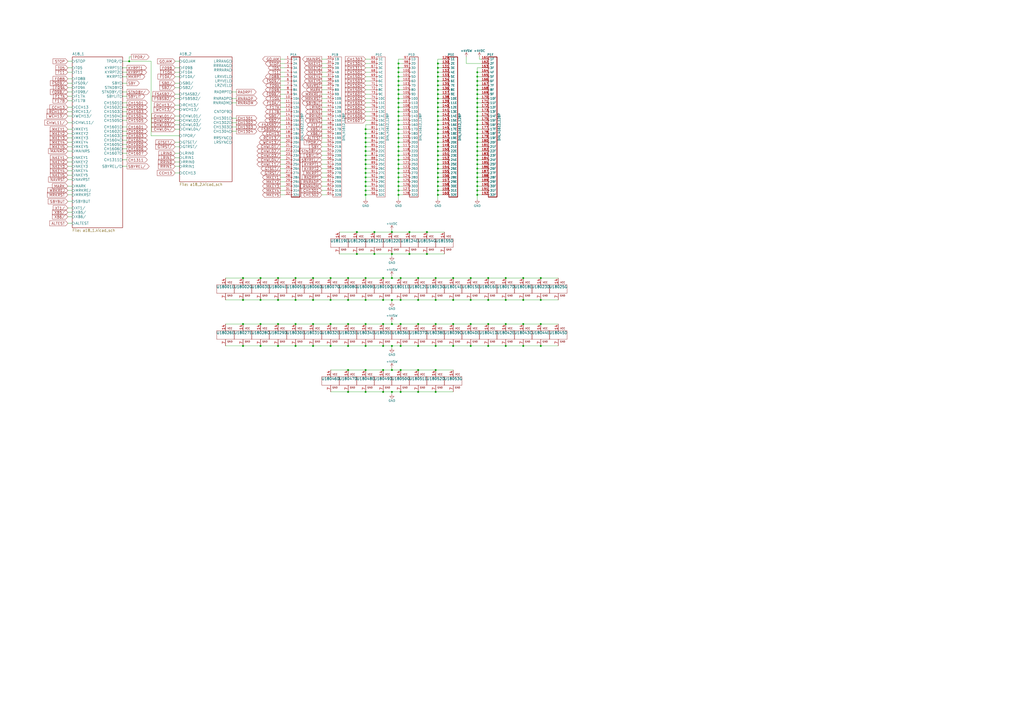
<source format=kicad_sch>
(kicad_sch (version 20211123) (generator eeschema)
  (paper "A2")
  (junction (at 161.29 161.29))
  (junction (at 232.41 227.33))
  (junction (at 254 62.23))
  (junction (at 254 107.95))
  (junction (at 242.57 214.63))
  (junction (at 254 49.53))
  (junction (at 313.69 161.29))
  (junction (at 171.45 173.99))
  (junction (at 254 102.87))
  (junction (at 231.14 110.49))
  (junction (at 231.14 67.31))
  (junction (at 227.33 161.29))
  (junction (at 254 39.37))
  (junction (at 140.97 161.29))
  (junction (at 254 95.25))
  (junction (at 212.09 100.33))
  (junction (at 303.53 200.66))
  (junction (at 254 82.55))
  (junction (at 276.86 110.49))
  (junction (at 313.69 187.96))
  (junction (at 181.61 173.99))
  (junction (at 276.86 77.47))
  (junction (at 161.29 200.66))
  (junction (at 212.09 161.29))
  (junction (at 254 100.33))
  (junction (at 74.93 35.56))
  (junction (at 140.97 187.96))
  (junction (at 231.14 113.03))
  (junction (at 232.41 187.96))
  (junction (at 273.05 200.66))
  (junction (at 242.57 200.66))
  (junction (at 231.14 52.07))
  (junction (at 227.33 227.33))
  (junction (at 276.86 85.09))
  (junction (at 232.41 214.63))
  (junction (at 231.14 36.83))
  (junction (at 231.14 95.25))
  (junction (at 242.57 173.99))
  (junction (at 231.14 69.85))
  (junction (at 201.93 161.29))
  (junction (at 276.86 87.63))
  (junction (at 227.33 187.96))
  (junction (at 254 46.99))
  (junction (at 231.14 44.45))
  (junction (at 252.73 214.63))
  (junction (at 227.33 173.99))
  (junction (at 254 67.31))
  (junction (at 181.61 187.96))
  (junction (at 276.86 92.71))
  (junction (at 231.14 90.17))
  (junction (at 254 92.71))
  (junction (at 231.14 82.55))
  (junction (at 293.37 173.99))
  (junction (at 283.21 173.99))
  (junction (at 276.86 80.01))
  (junction (at 254 36.83))
  (junction (at 254 54.61))
  (junction (at 140.97 200.66))
  (junction (at 276.86 82.55))
  (junction (at 201.93 173.99))
  (junction (at 191.77 187.96))
  (junction (at 212.09 97.79))
  (junction (at 231.14 41.91))
  (junction (at 254 97.79))
  (junction (at 254 85.09))
  (junction (at 262.89 200.66))
  (junction (at 212.09 105.41))
  (junction (at 212.09 107.95))
  (junction (at 201.93 227.33))
  (junction (at 212.09 187.96))
  (junction (at 201.93 200.66))
  (junction (at 293.37 161.29))
  (junction (at 201.93 214.63))
  (junction (at 171.45 200.66))
  (junction (at 231.14 59.69))
  (junction (at 242.57 227.33))
  (junction (at 212.09 113.03))
  (junction (at 231.14 92.71))
  (junction (at 231.14 100.33))
  (junction (at 276.86 54.61))
  (junction (at 313.69 173.99))
  (junction (at 212.09 227.33))
  (junction (at 161.29 173.99))
  (junction (at 231.14 46.99))
  (junction (at 231.14 107.95))
  (junction (at 212.09 85.09))
  (junction (at 231.14 87.63))
  (junction (at 283.21 200.66))
  (junction (at 276.86 107.95))
  (junction (at 212.09 95.25))
  (junction (at 171.45 161.29))
  (junction (at 231.14 62.23))
  (junction (at 242.57 187.96))
  (junction (at 181.61 200.66))
  (junction (at 231.14 54.61))
  (junction (at 231.14 77.47))
  (junction (at 212.09 74.93))
  (junction (at 262.89 161.29))
  (junction (at 237.49 134.62))
  (junction (at 222.25 173.99))
  (junction (at 222.25 214.63))
  (junction (at 252.73 161.29))
  (junction (at 262.89 173.99))
  (junction (at 231.14 49.53))
  (junction (at 254 77.47))
  (junction (at 276.86 57.15))
  (junction (at 231.14 72.39))
  (junction (at 212.09 92.71))
  (junction (at 140.97 173.99))
  (junction (at 276.86 72.39))
  (junction (at 237.49 147.32))
  (junction (at 207.01 134.62))
  (junction (at 212.09 110.49))
  (junction (at 161.29 187.96))
  (junction (at 254 52.07))
  (junction (at 283.21 161.29))
  (junction (at 254 90.17))
  (junction (at 231.14 102.87))
  (junction (at 293.37 200.66))
  (junction (at 303.53 173.99))
  (junction (at 231.14 64.77))
  (junction (at 231.14 39.37))
  (junction (at 254 41.91))
  (junction (at 276.86 62.23))
  (junction (at 276.86 97.79))
  (junction (at 171.45 187.96))
  (junction (at 201.93 187.96))
  (junction (at 254 113.03))
  (junction (at 232.41 200.66))
  (junction (at 212.09 82.55))
  (junction (at 207.01 147.32))
  (junction (at 276.86 95.25))
  (junction (at 151.13 187.96))
  (junction (at 222.25 161.29))
  (junction (at 231.14 105.41))
  (junction (at 252.73 200.66))
  (junction (at 313.69 200.66))
  (junction (at 151.13 200.66))
  (junction (at 276.86 113.03))
  (junction (at 254 57.15))
  (junction (at 247.65 147.32))
  (junction (at 276.86 44.45))
  (junction (at 254 72.39))
  (junction (at 212.09 200.66))
  (junction (at 273.05 161.29))
  (junction (at 252.73 227.33))
  (junction (at 273.05 187.96))
  (junction (at 276.86 90.17))
  (junction (at 217.17 147.32))
  (junction (at 212.09 90.17))
  (junction (at 227.33 134.62))
  (junction (at 231.14 80.01))
  (junction (at 254 110.49))
  (junction (at 276.86 67.31))
  (junction (at 254 87.63))
  (junction (at 293.37 187.96))
  (junction (at 191.77 161.29))
  (junction (at 231.14 85.09))
  (junction (at 231.14 74.93))
  (junction (at 276.86 100.33))
  (junction (at 231.14 97.79))
  (junction (at 212.09 80.01))
  (junction (at 254 69.85))
  (junction (at 181.61 161.29))
  (junction (at 252.73 173.99))
  (junction (at 252.73 187.96))
  (junction (at 273.05 173.99))
  (junction (at 276.86 102.87))
  (junction (at 217.17 134.62))
  (junction (at 276.86 64.77))
  (junction (at 276.86 49.53))
  (junction (at 222.25 200.66))
  (junction (at 151.13 173.99))
  (junction (at 254 80.01))
  (junction (at 212.09 87.63))
  (junction (at 191.77 173.99))
  (junction (at 276.86 46.99))
  (junction (at 247.65 134.62))
  (junction (at 276.86 41.91))
  (junction (at 191.77 200.66))
  (junction (at 222.25 187.96))
  (junction (at 242.57 161.29))
  (junction (at 227.33 214.63))
  (junction (at 231.14 57.15))
  (junction (at 227.33 200.66))
  (junction (at 254 64.77))
  (junction (at 212.09 214.63))
  (junction (at 151.13 161.29))
  (junction (at 276.86 69.85))
  (junction (at 276.86 52.07))
  (junction (at 276.86 59.69))
  (junction (at 254 105.41))
  (junction (at 212.09 77.47))
  (junction (at 303.53 161.29))
  (junction (at 254 44.45))
  (junction (at 262.89 187.96))
  (junction (at 254 59.69))
  (junction (at 276.86 105.41))
  (junction (at 254 74.93))
  (junction (at 212.09 102.87))
  (junction (at 222.25 227.33))
  (junction (at 227.33 147.32))
  (junction (at 276.86 74.93))
  (junction (at 232.41 173.99))
  (junction (at 232.41 161.29))
  (junction (at 212.09 173.99))
  (junction (at 303.53 187.96))
  (junction (at 283.21 187.96))
  (wire (pts (xy 214.63 39.37) (xy 212.09 39.37)))
  (wire (pts (xy 222.25 227.33) (xy 212.09 227.33)))
  (wire (pts (xy 227.33 160.02) (xy 227.33 161.29)))
  (wire (pts (xy 212.09 85.09) (xy 214.63 85.09)))
  (wire (pts (xy 276.86 82.55) (xy 279.4 82.55)))
  (wire (pts (xy 181.61 200.66) (xy 171.45 200.66)))
  (wire (pts (xy 276.86 102.87) (xy 276.86 105.41)))
  (wire (pts (xy 104.14 100.33) (xy 101.6 100.33)))
  (wire (pts (xy 254 82.55) (xy 256.54 82.55)))
  (wire (pts (xy 276.86 59.69) (xy 279.4 59.69)))
  (wire (pts (xy 212.09 77.47) (xy 212.09 80.01)))
  (wire (pts (xy 212.09 87.63) (xy 212.09 90.17)))
  (wire (pts (xy 104.14 63.5) (xy 101.6 63.5)))
  (wire (pts (xy 313.69 187.96) (xy 323.85 187.96)))
  (wire (pts (xy 214.63 64.77) (xy 212.09 64.77)))
  (wire (pts (xy 227.33 214.63) (xy 232.41 214.63)))
  (wire (pts (xy 165.1 110.49) (xy 162.56 110.49)))
  (wire (pts (xy 214.63 57.15) (xy 212.09 57.15)))
  (wire (pts (xy 254 100.33) (xy 254 102.87)))
  (wire (pts (xy 165.1 44.45) (xy 162.56 44.45)))
  (wire (pts (xy 189.23 74.93) (xy 186.69 74.93)))
  (wire (pts (xy 231.14 52.07) (xy 231.14 54.61)))
  (wire (pts (xy 212.09 72.39) (xy 214.63 72.39)))
  (wire (pts (xy 189.23 72.39) (xy 186.69 72.39)))
  (wire (pts (xy 231.14 102.87) (xy 231.14 105.41)))
  (wire (pts (xy 254 72.39) (xy 256.54 72.39)))
  (wire (pts (xy 71.12 81.28) (xy 73.66 81.28)))
  (wire (pts (xy 254 85.09) (xy 256.54 85.09)))
  (wire (pts (xy 212.09 113.03) (xy 212.09 115.57)))
  (wire (pts (xy 222.25 161.29) (xy 227.33 161.29)))
  (wire (pts (xy 214.63 62.23) (xy 212.09 62.23)))
  (wire (pts (xy 227.33 200.66) (xy 227.33 201.93)))
  (wire (pts (xy 231.14 67.31) (xy 231.14 69.85)))
  (wire (pts (xy 242.57 187.96) (xy 252.73 187.96)))
  (wire (pts (xy 201.93 187.96) (xy 212.09 187.96)))
  (wire (pts (xy 254 52.07) (xy 254 54.61)))
  (wire (pts (xy 71.12 62.23) (xy 73.66 62.23)))
  (wire (pts (xy 254 46.99) (xy 256.54 46.99)))
  (wire (pts (xy 254 95.25) (xy 256.54 95.25)))
  (wire (pts (xy 276.86 105.41) (xy 279.4 105.41)))
  (wire (pts (xy 165.1 36.83) (xy 162.56 36.83)))
  (wire (pts (xy 165.1 92.71) (xy 162.56 92.71)))
  (wire (pts (xy 212.09 97.79) (xy 214.63 97.79)))
  (wire (pts (xy 231.14 57.15) (xy 231.14 59.69)))
  (wire (pts (xy 231.14 77.47) (xy 231.14 80.01)))
  (wire (pts (xy 189.23 46.99) (xy 186.69 46.99)))
  (wire (pts (xy 74.93 35.56) (xy 87.63 35.56)))
  (wire (pts (xy 214.63 52.07) (xy 212.09 52.07)))
  (wire (pts (xy 262.89 173.99) (xy 252.73 173.99)))
  (wire (pts (xy 165.1 34.29) (xy 162.56 34.29)))
  (wire (pts (xy 270.51 36.83) (xy 279.4 36.83)))
  (wire (pts (xy 71.12 39.37) (xy 73.66 39.37)))
  (wire (pts (xy 227.33 200.66) (xy 222.25 200.66)))
  (wire (pts (xy 165.1 107.95) (xy 162.56 107.95)))
  (wire (pts (xy 254 95.25) (xy 254 97.79)))
  (wire (pts (xy 231.14 69.85) (xy 231.14 72.39)))
  (wire (pts (xy 276.86 64.77) (xy 279.4 64.77)))
  (wire (pts (xy 254 39.37) (xy 254 41.91)))
  (wire (pts (xy 189.23 34.29) (xy 186.69 34.29)))
  (wire (pts (xy 273.05 173.99) (xy 262.89 173.99)))
  (wire (pts (xy 212.09 200.66) (xy 201.93 200.66)))
  (wire (pts (xy 231.14 105.41) (xy 233.68 105.41)))
  (wire (pts (xy 189.23 41.91) (xy 186.69 41.91)))
  (wire (pts (xy 71.12 48.26) (xy 73.66 48.26)))
  (wire (pts (xy 254 113.03) (xy 256.54 113.03)))
  (wire (pts (xy 254 77.47) (xy 256.54 77.47)))
  (wire (pts (xy 134.62 73.66) (xy 137.16 73.66)))
  (wire (pts (xy 212.09 113.03) (xy 214.63 113.03)))
  (wire (pts (xy 276.86 97.79) (xy 279.4 97.79)))
  (wire (pts (xy 252.73 200.66) (xy 242.57 200.66)))
  (wire (pts (xy 189.23 110.49) (xy 186.69 110.49)))
  (wire (pts (xy 254 69.85) (xy 256.54 69.85)))
  (wire (pts (xy 71.12 67.31) (xy 73.66 67.31)))
  (wire (pts (xy 231.14 82.55) (xy 233.68 82.55)))
  (wire (pts (xy 231.14 49.53) (xy 233.68 49.53)))
  (wire (pts (xy 293.37 187.96) (xy 303.53 187.96)))
  (wire (pts (xy 231.14 82.55) (xy 231.14 85.09)))
  (wire (pts (xy 41.91 64.77) (xy 39.37 64.77)))
  (wire (pts (xy 231.14 41.91) (xy 231.14 44.45)))
  (wire (pts (xy 231.14 100.33) (xy 231.14 102.87)))
  (wire (pts (xy 233.68 36.83) (xy 231.14 36.83)))
  (wire (pts (xy 231.14 69.85) (xy 233.68 69.85)))
  (wire (pts (xy 134.62 57.15) (xy 137.16 57.15)))
  (wire (pts (xy 227.33 134.62) (xy 237.49 134.62)))
  (wire (pts (xy 165.1 95.25) (xy 162.56 95.25)))
  (wire (pts (xy 181.61 161.29) (xy 191.77 161.29)))
  (wire (pts (xy 276.86 52.07) (xy 279.4 52.07)))
  (wire (pts (xy 41.91 129.54) (xy 39.37 129.54)))
  (wire (pts (xy 283.21 173.99) (xy 273.05 173.99)))
  (wire (pts (xy 41.91 107.95) (xy 39.37 107.95)))
  (wire (pts (xy 104.14 35.56) (xy 101.6 35.56)))
  (wire (pts (xy 214.63 44.45) (xy 212.09 44.45)))
  (wire (pts (xy 104.14 54.61) (xy 101.6 54.61)))
  (wire (pts (xy 273.05 161.29) (xy 283.21 161.29)))
  (wire (pts (xy 165.1 90.17) (xy 162.56 90.17)))
  (wire (pts (xy 165.1 82.55) (xy 162.56 82.55)))
  (wire (pts (xy 212.09 105.41) (xy 212.09 107.95)))
  (wire (pts (xy 231.14 85.09) (xy 231.14 87.63)))
  (wire (pts (xy 165.1 57.15) (xy 162.56 57.15)))
  (wire (pts (xy 254 64.77) (xy 254 67.31)))
  (wire (pts (xy 283.21 200.66) (xy 273.05 200.66)))
  (wire (pts (xy 254 90.17) (xy 256.54 90.17)))
  (wire (pts (xy 276.86 69.85) (xy 276.86 72.39)))
  (wire (pts (xy 254 41.91) (xy 256.54 41.91)))
  (wire (pts (xy 140.97 173.99) (xy 130.81 173.99)))
  (wire (pts (xy 293.37 200.66) (xy 283.21 200.66)))
  (wire (pts (xy 231.14 46.99) (xy 231.14 49.53)))
  (wire (pts (xy 254 67.31) (xy 254 69.85)))
  (wire (pts (xy 212.09 80.01) (xy 212.09 82.55)))
  (wire (pts (xy 104.14 69.85) (xy 101.6 69.85)))
  (wire (pts (xy 189.23 90.17) (xy 186.69 90.17)))
  (wire (pts (xy 214.63 67.31) (xy 212.09 67.31)))
  (wire (pts (xy 254 77.47) (xy 254 80.01)))
  (wire (pts (xy 71.12 76.2) (xy 73.66 76.2)))
  (wire (pts (xy 254 80.01) (xy 254 82.55)))
  (wire (pts (xy 254 102.87) (xy 254 105.41)))
  (wire (pts (xy 71.12 73.66) (xy 73.66 73.66)))
  (wire (pts (xy 231.14 100.33) (xy 233.68 100.33)))
  (wire (pts (xy 252.73 227.33) (xy 242.57 227.33)))
  (wire (pts (xy 161.29 200.66) (xy 151.13 200.66)))
  (wire (pts (xy 227.33 213.36) (xy 227.33 214.63)))
  (wire (pts (xy 212.09 187.96) (xy 222.25 187.96)))
  (wire (pts (xy 71.12 41.91) (xy 73.66 41.91)))
  (wire (pts (xy 231.14 59.69) (xy 233.68 59.69)))
  (wire (pts (xy 41.91 55.88) (xy 39.37 55.88)))
  (wire (pts (xy 254 64.77) (xy 256.54 64.77)))
  (wire (pts (xy 231.14 67.31) (xy 233.68 67.31)))
  (wire (pts (xy 212.09 82.55) (xy 212.09 85.09)))
  (wire (pts (xy 227.33 133.35) (xy 227.33 134.62)))
  (wire (pts (xy 276.86 110.49) (xy 279.4 110.49)))
  (wire (pts (xy 189.23 113.03) (xy 186.69 113.03)))
  (wire (pts (xy 189.23 52.07) (xy 186.69 52.07)))
  (wire (pts (xy 217.17 147.32) (xy 207.01 147.32)))
  (wire (pts (xy 189.23 62.23) (xy 186.69 62.23)))
  (wire (pts (xy 104.14 57.15) (xy 101.6 57.15)))
  (wire (pts (xy 231.14 44.45) (xy 233.68 44.45)))
  (wire (pts (xy 276.86 69.85) (xy 279.4 69.85)))
  (wire (pts (xy 165.1 54.61) (xy 162.56 54.61)))
  (wire (pts (xy 231.14 92.71) (xy 233.68 92.71)))
  (wire (pts (xy 214.63 41.91) (xy 212.09 41.91)))
  (wire (pts (xy 276.86 107.95) (xy 276.86 110.49)))
  (wire (pts (xy 41.91 113.03) (xy 39.37 113.03)))
  (wire (pts (xy 104.14 50.8) (xy 101.6 50.8)))
  (wire (pts (xy 276.86 87.63) (xy 279.4 87.63)))
  (wire (pts (xy 254 85.09) (xy 254 87.63)))
  (wire (pts (xy 181.61 187.96) (xy 191.77 187.96)))
  (wire (pts (xy 214.63 59.69) (xy 212.09 59.69)))
  (wire (pts (xy 71.12 86.36) (xy 73.66 86.36)))
  (wire (pts (xy 254 41.91) (xy 254 44.45)))
  (wire (pts (xy 212.09 80.01) (xy 214.63 80.01)))
  (wire (pts (xy 227.33 147.32) (xy 217.17 147.32)))
  (wire (pts (xy 71.12 69.85) (xy 73.66 69.85)))
  (wire (pts (xy 212.09 227.33) (xy 201.93 227.33)))
  (wire (pts (xy 276.86 59.69) (xy 276.86 62.23)))
  (wire (pts (xy 212.09 85.09) (xy 212.09 87.63)))
  (wire (pts (xy 41.91 71.12) (xy 39.37 71.12)))
  (wire (pts (xy 165.1 64.77) (xy 162.56 64.77)))
  (wire (pts (xy 254 72.39) (xy 254 74.93)))
  (wire (pts (xy 276.86 52.07) (xy 276.86 54.61)))
  (wire (pts (xy 227.33 173.99) (xy 227.33 175.26)))
  (wire (pts (xy 41.91 123.19) (xy 39.37 123.19)))
  (wire (pts (xy 214.63 34.29) (xy 212.09 34.29)))
  (wire (pts (xy 214.63 69.85) (xy 212.09 69.85)))
  (wire (pts (xy 189.23 64.77) (xy 186.69 64.77)))
  (wire (pts (xy 41.91 101.6) (xy 39.37 101.6)))
  (wire (pts (xy 191.77 200.66) (xy 181.61 200.66)))
  (wire (pts (xy 165.1 85.09) (xy 162.56 85.09)))
  (wire (pts (xy 134.62 76.2) (xy 137.16 76.2)))
  (wire (pts (xy 41.91 74.93) (xy 39.37 74.93)))
  (wire (pts (xy 254 44.45) (xy 254 46.99)))
  (wire (pts (xy 151.13 173.99) (xy 140.97 173.99)))
  (wire (pts (xy 151.13 161.29) (xy 161.29 161.29)))
  (wire (pts (xy 252.73 214.63) (xy 262.89 214.63)))
  (wire (pts (xy 262.89 227.33) (xy 252.73 227.33)))
  (wire (pts (xy 276.86 57.15) (xy 279.4 57.15)))
  (wire (pts (xy 231.14 110.49) (xy 231.14 113.03)))
  (wire (pts (xy 242.57 161.29) (xy 252.73 161.29)))
  (wire (pts (xy 134.62 68.58) (xy 137.16 68.58)))
  (wire (pts (xy 140.97 187.96) (xy 151.13 187.96)))
  (wire (pts (xy 254 74.93) (xy 254 77.47)))
  (wire (pts (xy 276.86 90.17) (xy 276.86 92.71)))
  (wire (pts (xy 212.09 110.49) (xy 212.09 113.03)))
  (wire (pts (xy 41.91 87.63) (xy 39.37 87.63)))
  (wire (pts (xy 134.62 71.12) (xy 137.16 71.12)))
  (wire (pts (xy 276.86 62.23) (xy 276.86 64.77)))
  (wire (pts (xy 214.63 54.61) (xy 212.09 54.61)))
  (wire (pts (xy 313.69 161.29) (xy 323.85 161.29)))
  (wire (pts (xy 189.23 39.37) (xy 186.69 39.37)))
  (wire (pts (xy 189.23 97.79) (xy 186.69 97.79)))
  (wire (pts (xy 227.33 227.33) (xy 222.25 227.33)))
  (wire (pts (xy 231.14 54.61) (xy 231.14 57.15)))
  (wire (pts (xy 212.09 100.33) (xy 214.63 100.33)))
  (wire (pts (xy 191.77 161.29) (xy 201.93 161.29)))
  (wire (pts (xy 254 105.41) (xy 254 107.95)))
  (wire (pts (xy 323.85 173.99) (xy 313.69 173.99)))
  (wire (pts (xy 104.14 88.9) (xy 101.6 88.9)))
  (wire (pts (xy 293.37 161.29) (xy 303.53 161.29)))
  (wire (pts (xy 171.45 173.99) (xy 161.29 173.99)))
  (wire (pts (xy 231.14 74.93) (xy 233.68 74.93)))
  (wire (pts (xy 212.09 74.93) (xy 212.09 77.47)))
  (wire (pts (xy 71.12 83.82) (xy 73.66 83.82)))
  (wire (pts (xy 189.23 95.25) (xy 186.69 95.25)))
  (wire (pts (xy 231.14 41.91) (xy 233.68 41.91)))
  (wire (pts (xy 232.41 173.99) (xy 227.33 173.99)))
  (wire (pts (xy 254 44.45) (xy 256.54 44.45)))
  (wire (pts (xy 189.23 80.01) (xy 186.69 80.01)))
  (wire (pts (xy 189.23 67.31) (xy 186.69 67.31)))
  (wire (pts (xy 232.41 227.33) (xy 227.33 227.33)))
  (wire (pts (xy 71.12 53.34) (xy 73.66 53.34)))
  (wire (pts (xy 87.63 35.56) (xy 87.63 78.74)))
  (wire (pts (xy 212.09 87.63) (xy 214.63 87.63)))
  (wire (pts (xy 212.09 105.41) (xy 214.63 105.41)))
  (wire (pts (xy 165.1 41.91) (xy 162.56 41.91)))
  (wire (pts (xy 231.14 113.03) (xy 231.14 115.57)))
  (wire (pts (xy 41.91 53.34) (xy 39.37 53.34)))
  (wire (pts (xy 247.65 134.62) (xy 257.81 134.62)))
  (wire (pts (xy 104.14 41.91) (xy 101.6 41.91)))
  (wire (pts (xy 181.61 173.99) (xy 171.45 173.99)))
  (wire (pts (xy 222.25 173.99) (xy 212.09 173.99)))
  (wire (pts (xy 231.14 87.63) (xy 233.68 87.63)))
  (wire (pts (xy 231.14 87.63) (xy 231.14 90.17)))
  (wire (pts (xy 254 110.49) (xy 256.54 110.49)))
  (wire (pts (xy 231.14 57.15) (xy 233.68 57.15)))
  (wire (pts (xy 71.12 35.56) (xy 74.93 35.56)))
  (wire (pts (xy 212.09 72.39) (xy 212.09 74.93)))
  (wire (pts (xy 231.14 39.37) (xy 231.14 41.91)))
  (wire (pts (xy 222.25 187.96) (xy 227.33 187.96)))
  (wire (pts (xy 104.14 91.44) (xy 101.6 91.44)))
  (wire (pts (xy 254 62.23) (xy 254 64.77)))
  (wire (pts (xy 232.41 161.29) (xy 242.57 161.29)))
  (wire (pts (xy 254 82.55) (xy 254 85.09)))
  (wire (pts (xy 104.14 39.37) (xy 101.6 39.37)))
  (wire (pts (xy 254 49.53) (xy 256.54 49.53)))
  (wire (pts (xy 214.63 49.53) (xy 212.09 49.53)))
  (wire (pts (xy 227.33 147.32) (xy 227.33 148.59)))
  (wire (pts (xy 254 80.01) (xy 256.54 80.01)))
  (wire (pts (xy 41.91 85.09) (xy 39.37 85.09)))
  (wire (pts (xy 254 57.15) (xy 254 59.69)))
  (wire (pts (xy 165.1 100.33) (xy 162.56 100.33)))
  (wire (pts (xy 41.91 120.65) (xy 39.37 120.65)))
  (wire (pts (xy 227.33 187.96) (xy 232.41 187.96)))
  (wire (pts (xy 165.1 46.99) (xy 162.56 46.99)))
  (wire (pts (xy 222.25 214.63) (xy 227.33 214.63)))
  (wire (pts (xy 283.21 187.96) (xy 293.37 187.96)))
  (wire (pts (xy 252.73 161.29) (xy 262.89 161.29)))
  (wire (pts (xy 254 54.61) (xy 256.54 54.61)))
  (wire (pts (xy 231.14 95.25) (xy 231.14 97.79)))
  (wire (pts (xy 276.86 54.61) (xy 279.4 54.61)))
  (wire (pts (xy 293.37 173.99) (xy 283.21 173.99)))
  (wire (pts (xy 254 52.07) (xy 256.54 52.07)))
  (wire (pts (xy 227.33 227.33) (xy 227.33 228.6)))
  (wire (pts (xy 231.14 34.29) (xy 231.14 36.83)))
  (wire (pts (xy 276.86 95.25) (xy 279.4 95.25)))
  (wire (pts (xy 171.45 161.29) (xy 181.61 161.29)))
  (wire (pts (xy 201.93 200.66) (xy 191.77 200.66)))
  (wire (pts (xy 276.86 46.99) (xy 276.86 49.53)))
  (wire (pts (xy 189.23 44.45) (xy 186.69 44.45)))
  (wire (pts (xy 254 107.95) (xy 254 110.49)))
  (wire (pts (xy 232.41 200.66) (xy 227.33 200.66)))
  (wire (pts (xy 254 110.49) (xy 254 113.03)))
  (wire (pts (xy 212.09 82.55) (xy 214.63 82.55)))
  (wire (pts (xy 276.86 85.09) (xy 276.86 87.63)))
  (wire (pts (xy 189.23 102.87) (xy 186.69 102.87)))
  (wire (pts (xy 254 102.87) (xy 256.54 102.87)))
  (wire (pts (xy 130.81 161.29) (xy 140.97 161.29)))
  (wire (pts (xy 231.14 113.03) (xy 233.68 113.03)))
  (wire (pts (xy 276.86 100.33) (xy 279.4 100.33)))
  (wire (pts (xy 276.86 67.31) (xy 276.86 69.85)))
  (wire (pts (xy 323.85 200.66) (xy 313.69 200.66)))
  (wire (pts (xy 212.09 95.25) (xy 212.09 97.79)))
  (wire (pts (xy 104.14 60.96) (xy 101.6 60.96)))
  (wire (pts (xy 254 57.15) (xy 256.54 57.15)))
  (wire (pts (xy 189.23 57.15) (xy 186.69 57.15)))
  (wire (pts (xy 242.57 200.66) (xy 232.41 200.66)))
  (wire (pts (xy 279.4 34.29) (xy 278.13 34.29)))
  (wire (pts (xy 212.09 102.87) (xy 212.09 105.41)))
  (wire (pts (xy 140.97 161.29) (xy 151.13 161.29)))
  (wire (pts (xy 41.91 82.55) (xy 39.37 82.55)))
  (wire (pts (xy 231.14 64.77) (xy 233.68 64.77)))
  (wire (pts (xy 207.01 134.62) (xy 217.17 134.62)))
  (wire (pts (xy 165.1 39.37) (xy 162.56 39.37)))
  (wire (pts (xy 212.09 100.33) (xy 212.09 102.87)))
  (wire (pts (xy 212.09 95.25) (xy 214.63 95.25)))
  (wire (pts (xy 276.86 62.23) (xy 279.4 62.23)))
  (wire (pts (xy 231.14 72.39) (xy 233.68 72.39)))
  (wire (pts (xy 165.1 77.47) (xy 162.56 77.47)))
  (wire (pts (xy 41.91 62.23) (xy 39.37 62.23)))
  (wire (pts (xy 161.29 173.99) (xy 151.13 173.99)))
  (wire (pts (xy 276.86 92.71) (xy 276.86 95.25)))
  (wire (pts (xy 212.09 214.63) (xy 222.25 214.63)))
  (wire (pts (xy 276.86 64.77) (xy 276.86 67.31)))
  (wire (pts (xy 165.1 105.41) (xy 162.56 105.41)))
  (wire (pts (xy 165.1 69.85) (xy 162.56 69.85)))
  (wire (pts (xy 189.23 100.33) (xy 186.69 100.33)))
  (wire (pts (xy 161.29 187.96) (xy 171.45 187.96)))
  (wire (pts (xy 41.91 80.01) (xy 39.37 80.01)))
  (wire (pts (xy 276.86 67.31) (xy 279.4 67.31)))
  (wire (pts (xy 87.63 78.74) (xy 104.14 78.74)))
  (wire (pts (xy 212.09 107.95) (xy 212.09 110.49)))
  (wire (pts (xy 227.33 161.29) (xy 232.41 161.29)))
  (wire (pts (xy 140.97 200.66) (xy 130.81 200.66)))
  (wire (pts (xy 189.23 59.69) (xy 186.69 59.69)))
  (wire (pts (xy 276.86 44.45) (xy 276.86 46.99)))
  (wire (pts (xy 231.14 107.95) (xy 233.68 107.95)))
  (wire (pts (xy 41.91 48.26) (xy 39.37 48.26)))
  (wire (pts (xy 134.62 53.34) (xy 137.16 53.34)))
  (wire (pts (xy 212.09 161.29) (xy 222.25 161.29)))
  (wire (pts (xy 276.86 80.01) (xy 279.4 80.01)))
  (wire (pts (xy 134.62 59.69) (xy 137.16 59.69)))
  (wire (pts (xy 189.23 49.53) (xy 186.69 49.53)))
  (wire (pts (xy 252.73 173.99) (xy 242.57 173.99)))
  (wire (pts (xy 189.23 107.95) (xy 186.69 107.95)))
  (wire (pts (xy 254 62.23) (xy 256.54 62.23)))
  (wire (pts (xy 237.49 147.32) (xy 227.33 147.32)))
  (wire (pts (xy 165.1 87.63) (xy 162.56 87.63)))
  (wire (pts (xy 254 87.63) (xy 256.54 87.63)))
  (wire (pts (xy 276.86 49.53) (xy 279.4 49.53)))
  (wire (pts (xy 189.23 69.85) (xy 186.69 69.85)))
  (wire (pts (xy 104.14 67.31) (xy 101.6 67.31)))
  (wire (pts (xy 231.14 102.87) (xy 233.68 102.87)))
  (wire (pts (xy 254 49.53) (xy 254 52.07)))
  (wire (pts (xy 231.14 74.93) (xy 231.14 77.47)))
  (wire (pts (xy 104.14 96.52) (xy 101.6 96.52)))
  (wire (pts (xy 231.14 90.17) (xy 231.14 92.71)))
  (wire (pts (xy 273.05 187.96) (xy 283.21 187.96)))
  (wire (pts (xy 191.77 173.99) (xy 181.61 173.99)))
  (wire (pts (xy 276.86 41.91) (xy 276.86 44.45)))
  (wire (pts (xy 270.51 33.02) (xy 270.51 36.83)))
  (wire (pts (xy 231.14 90.17) (xy 233.68 90.17)))
  (wire (pts (xy 231.14 107.95) (xy 231.14 110.49)))
  (wire (pts (xy 252.73 187.96) (xy 262.89 187.96)))
  (wire (pts (xy 189.23 54.61) (xy 186.69 54.61)))
  (wire (pts (xy 254 90.17) (xy 254 92.71)))
  (wire (pts (xy 214.63 46.99) (xy 212.09 46.99)))
  (wire (pts (xy 212.09 90.17) (xy 212.09 92.71)))
  (wire (pts (xy 276.86 100.33) (xy 276.86 102.87)))
  (wire (pts (xy 212.09 110.49) (xy 214.63 110.49)))
  (wire (pts (xy 276.86 39.37) (xy 276.86 41.91)))
  (wire (pts (xy 231.14 110.49) (xy 233.68 110.49)))
  (wire (pts (xy 313.69 200.66) (xy 303.53 200.66)))
  (wire (pts (xy 231.14 54.61) (xy 233.68 54.61)))
  (wire (pts (xy 41.91 45.72) (xy 39.37 45.72)))
  (wire (pts (xy 313.69 173.99) (xy 303.53 173.99)))
  (wire (pts (xy 276.86 41.91) (xy 279.4 41.91)))
  (wire (pts (xy 254 59.69) (xy 256.54 59.69)))
  (wire (pts (xy 71.12 92.71) (xy 73.66 92.71)))
  (wire (pts (xy 231.14 59.69) (xy 231.14 62.23)))
  (wire (pts (xy 41.91 77.47) (xy 39.37 77.47)))
  (wire (pts (xy 231.14 92.71) (xy 231.14 95.25)))
  (wire (pts (xy 254 113.03) (xy 254 115.57)))
  (wire (pts (xy 254 34.29) (xy 254 36.83)))
  (wire (pts (xy 201.93 161.29) (xy 212.09 161.29)))
  (wire (pts (xy 41.91 116.84) (xy 39.37 116.84)))
  (wire (pts (xy 233.68 34.29) (xy 231.14 34.29)))
  (wire (pts (xy 165.1 80.01) (xy 162.56 80.01)))
  (wire (pts (xy 41.91 93.98) (xy 39.37 93.98)))
  (wire (pts (xy 231.14 77.47) (xy 233.68 77.47)))
  (wire (pts (xy 231.14 80.01) (xy 231.14 82.55)))
  (wire (pts (xy 303.53 187.96) (xy 313.69 187.96)))
  (wire (pts (xy 196.85 134.62) (xy 207.01 134.62)))
  (wire (pts (xy 104.14 85.09) (xy 101.6 85.09)))
  (wire (pts (xy 189.23 87.63) (xy 186.69 87.63)))
  (wire (pts (xy 278.13 34.29) (xy 278.13 33.02)))
  (wire (pts (xy 276.86 87.63) (xy 276.86 90.17)))
  (wire (pts (xy 231.14 49.53) (xy 231.14 52.07)))
  (wire (pts (xy 171.45 187.96) (xy 181.61 187.96)))
  (wire (pts (xy 276.86 46.99) (xy 279.4 46.99)))
  (wire (pts (xy 256.54 34.29) (xy 254 34.29)))
  (wire (pts (xy 262.89 161.29) (xy 273.05 161.29)))
  (wire (pts (xy 189.23 92.71) (xy 186.69 92.71)))
  (wire (pts (xy 212.09 92.71) (xy 212.09 95.25)))
  (wire (pts (xy 71.12 55.88) (xy 73.66 55.88)))
  (wire (pts (xy 242.57 173.99) (xy 232.41 173.99)))
  (wire (pts (xy 231.14 46.99) (xy 233.68 46.99)))
  (wire (pts (xy 165.1 67.31) (xy 162.56 67.31)))
  (wire (pts (xy 276.86 77.47) (xy 276.86 80.01)))
  (wire (pts (xy 171.45 200.66) (xy 161.29 200.66)))
  (wire (pts (xy 276.86 72.39) (xy 279.4 72.39)))
  (wire (pts (xy 254 87.63) (xy 254 90.17)))
  (wire (pts (xy 165.1 72.39) (xy 162.56 72.39)))
  (wire (pts (xy 276.86 54.61) (xy 276.86 57.15)))
  (wire (pts (xy 231.14 39.37) (xy 233.68 39.37)))
  (wire (pts (xy 254 74.93) (xy 256.54 74.93)))
  (wire (pts (xy 276.86 90.17) (xy 279.4 90.17)))
  (wire (pts (xy 257.81 147.32) (xy 247.65 147.32)))
  (wire (pts (xy 76.2 33.02) (xy 74.93 33.02)))
  (wire (pts (xy 41.91 110.49) (xy 39.37 110.49)))
  (wire (pts (xy 104.14 82.55) (xy 101.6 82.55)))
  (wire (pts (xy 231.14 97.79) (xy 231.14 100.33)))
  (wire (pts (xy 242.57 227.33) (xy 232.41 227.33)))
  (wire (pts (xy 41.91 58.42) (xy 39.37 58.42)))
  (wire (pts (xy 189.23 36.83) (xy 186.69 36.83)))
  (wire (pts (xy 254 92.71) (xy 254 95.25)))
  (wire (pts (xy 165.1 102.87) (xy 162.56 102.87)))
  (wire (pts (xy 165.1 59.69) (xy 162.56 59.69)))
  (wire (pts (xy 276.86 113.03) (xy 276.86 115.57)))
  (wire (pts (xy 71.12 88.9) (xy 73.66 88.9)))
  (wire (pts (xy 212.09 97.79) (xy 212.09 100.33)))
  (wire (pts (xy 165.1 74.93) (xy 162.56 74.93)))
  (wire (pts (xy 71.12 64.77) (xy 73.66 64.77)))
  (wire (pts (xy 303.53 200.66) (xy 293.37 200.66)))
  (wire (pts (xy 217.17 134.62) (xy 227.33 134.62)))
  (wire (pts (xy 189.23 77.47) (xy 186.69 77.47)))
  (wire (pts (xy 254 105.41) (xy 256.54 105.41)))
  (wire (pts (xy 165.1 113.03) (xy 162.56 113.03)))
  (wire (pts (xy 231.14 95.25) (xy 233.68 95.25)))
  (wire (pts (xy 71.12 78.74) (xy 73.66 78.74)))
  (wire (pts (xy 212.09 102.87) (xy 214.63 102.87)))
  (wire (pts (xy 41.91 67.31) (xy 39.37 67.31)))
  (wire (pts (xy 276.86 72.39) (xy 276.86 74.93)))
  (wire (pts (xy 254 46.99) (xy 254 49.53)))
  (wire (pts (xy 71.12 59.69) (xy 73.66 59.69)))
  (wire (pts (xy 231.14 85.09) (xy 233.68 85.09)))
  (wire (pts (xy 151.13 200.66) (xy 140.97 200.66)))
  (wire (pts (xy 276.86 85.09) (xy 279.4 85.09)))
  (wire (pts (xy 212.09 90.17) (xy 214.63 90.17)))
  (wire (pts (xy 276.86 113.03) (xy 279.4 113.03)))
  (wire (pts (xy 276.86 102.87) (xy 279.4 102.87)))
  (wire (pts (xy 104.14 44.45) (xy 101.6 44.45)))
  (wire (pts (xy 104.14 48.26) (xy 101.6 48.26)))
  (wire (pts (xy 276.86 74.93) (xy 276.86 77.47)))
  (wire (pts (xy 231.14 64.77) (xy 231.14 67.31)))
  (wire (pts (xy 41.91 104.14) (xy 39.37 104.14)))
  (wire (pts (xy 207.01 147.32) (xy 196.85 147.32)))
  (wire (pts (xy 231.14 44.45) (xy 231.14 46.99)))
  (wire (pts (xy 254 97.79) (xy 254 100.33)))
  (wire (pts (xy 283.21 161.29) (xy 293.37 161.29)))
  (wire (pts (xy 254 100.33) (xy 256.54 100.33)))
  (wire (pts (xy 237.49 134.62) (xy 247.65 134.62)))
  (wire (pts (xy 165.1 62.23) (xy 162.56 62.23)))
  (wire (pts (xy 227.33 186.69) (xy 227.33 187.96)))
  (wire (pts (xy 191.77 187.96) (xy 201.93 187.96)))
  (wire (pts (xy 212.09 173.99) (xy 201.93 173.99)))
  (wire (pts (xy 130.81 187.96) (xy 140.97 187.96)))
  (wire (pts (xy 104.14 74.93) (xy 101.6 74.93)))
  (wire (pts (xy 231.14 72.39) (xy 231.14 74.93)))
  (wire (pts (xy 189.23 105.41) (xy 186.69 105.41)))
  (wire (pts (xy 254 92.71) (xy 256.54 92.71)))
  (wire (pts (xy 231.14 80.01) (xy 233.68 80.01)))
  (wire (pts (xy 276.86 92.71) (xy 279.4 92.71)))
  (wire (pts (xy 276.86 49.53) (xy 276.86 52.07)))
  (wire (pts (xy 254 69.85) (xy 254 72.39)))
  (wire (pts (xy 214.63 36.83) (xy 212.09 36.83)))
  (wire (pts (xy 232.41 187.96) (xy 242.57 187.96)))
  (wire (pts (xy 256.54 36.83) (xy 254 36.83)))
  (wire (pts (xy 165.1 52.07) (xy 162.56 52.07)))
  (wire (pts (xy 232.41 214.63) (xy 242.57 214.63)))
  (wire (pts (xy 276.86 82.55) (xy 276.86 85.09)))
  (wire (pts (xy 41.91 96.52) (xy 39.37 96.52)))
  (wire (pts (xy 276.86 110.49) (xy 276.86 113.03)))
  (wire (pts (xy 303.53 173.99) (xy 293.37 173.99)))
  (wire (pts (xy 104.14 72.39) (xy 101.6 72.39)))
  (wire (pts (xy 189.23 85.09) (xy 186.69 85.09)))
  (wire (pts (xy 71.12 96.52) (xy 73.66 96.52)))
  (wire (pts (xy 165.1 49.53) (xy 162.56 49.53)))
  (wire (pts (xy 262.89 200.66) (xy 252.73 200.66)))
  (wire (pts (xy 247.65 147.32) (xy 237.49 147.32)))
  (wire (pts (xy 254 54.61) (xy 254 57.15)))
  (wire (pts (xy 276.86 107.95) (xy 279.4 107.95)))
  (wire (pts (xy 279.4 39.37) (xy 276.86 39.37)))
  (wire (pts (xy 276.86 57.15) (xy 276.86 59.69)))
  (wire (pts (xy 71.12 44.45) (xy 73.66 44.45)))
  (wire (pts (xy 231.14 52.07) (xy 233.68 52.07)))
  (wire (pts (xy 276.86 44.45) (xy 279.4 44.45)))
  (wire (pts (xy 231.14 62.23) (xy 231.14 64.77)))
  (wire (pts (xy 231.14 105.41) (xy 231.14 107.95)))
  (wire (pts (xy 254 97.79) (xy 256.54 97.79)))
  (wire (pts (xy 104.14 93.98) (xy 101.6 93.98)))
  (wire (pts (xy 276.86 74.93) (xy 279.4 74.93)))
  (wire (pts (xy 222.25 200.66) (xy 212.09 200.66)))
  (wire (pts (xy 191.77 214.63) (xy 201.93 214.63)))
  (wire (pts (xy 276.86 105.41) (xy 276.86 107.95)))
  (wire (pts (xy 201.93 227.33) (xy 191.77 227.33)))
  (wire (pts (xy 41.91 39.37) (xy 39.37 39.37)))
  (wire (pts (xy 231.14 36.83) (xy 231.14 39.37)))
  (wire (pts (xy 273.05 200.66) (xy 262.89 200.66)))
  (wire (pts (xy 41.91 99.06) (xy 39.37 99.06)))
  (wire (pts (xy 276.86 97.79) (xy 276.86 100.33)))
  (wire (pts (xy 212.09 77.47) (xy 214.63 77.47)))
  (wire (pts (xy 41.91 50.8) (xy 39.37 50.8)))
  (wire (pts (xy 212.09 74.93) (xy 214.63 74.93)))
  (wire (pts (xy 254 36.83) (xy 254 39.37)))
  (wire (pts (xy 231.14 97.79) (xy 233.68 97.79)))
  (wire (pts (xy 242.57 214.63) (xy 252.73 214.63)))
  (wire (pts (xy 212.09 92.71) (xy 214.63 92.71)))
  (wire (pts (xy 231.14 62.23) (xy 233.68 62.23)))
  (wire (pts (xy 41.91 41.91) (xy 39.37 41.91)))
  (wire (pts (xy 303.53 161.29) (xy 313.69 161.29)))
  (wire (pts (xy 254 107.95) (xy 256.54 107.95)))
  (wire (pts (xy 74.93 33.02) (xy 74.93 35.56)))
  (wire (pts (xy 254 59.69) (xy 254 62.23)))
  (wire (pts (xy 262.89 187.96) (xy 273.05 187.96)))
  (wire (pts (xy 41.91 125.73) (xy 39.37 125.73)))
  (wire (pts (xy 212.09 107.95) (xy 214.63 107.95)))
  (wire (pts (xy 276.86 77.47) (xy 279.4 77.47)))
  (wire (pts (xy 201.93 214.63) (xy 212.09 214.63)))
  (wire (pts (xy 254 67.31) (xy 256.54 67.31)))
  (wire (pts (xy 227.33 173.99) (xy 222.25 173.99)))
  (wire (pts (xy 276.86 95.25) (xy 276.86 97.79)))
  (wire (pts (xy 165.1 97.79) (xy 162.56 97.79)))
  (wire (pts (xy 254 39.37) (xy 256.54 39.37)))
  (wire (pts (xy 201.93 173.99) (xy 191.77 173.99)))
  (wire (pts (xy 276.86 80.01) (xy 276.86 82.55)))
  (wire (pts (xy 41.91 35.56) (xy 39.37 35.56)))
  (wire (pts (xy 41.91 91.44) (xy 39.37 91.44)))
  (wire (pts (xy 161.29 161.29) (xy 171.45 161.29)))
  (wire (pts (xy 151.13 187.96) (xy 161.29 187.96)))
  (wire (pts (xy 189.23 82.55) (xy 186.69 82.55)))
  (global_label "XB6/" (shape input) (at 39.37 125.73 180) (effects (font (size 1.524 1.524))) (property "Intersheet References" "${INTERSHEET_REFS}" (effects hide)))
  (global_label "MKEY3" (shape output) (at 162.56 107.95 180) (effects (font (size 1.524 1.524))) (property "Intersheet References" "${INTERSHEET_REFS}" (effects hide)))
  (global_label "KYRPT1" (shape input) (at 186.69 95.25 180) (effects (font (size 1.524 1.524))) (property "Intersheet References" "${INTERSHEET_REFS}" (effects hide)))
  (global_label "ALTEST" (shape input) (at 39.37 129.54 180) (effects (font (size 1.524 1.524))) (property "Intersheet References" "${INTERSHEET_REFS}" (effects hide)))
  (global_label "CH1504" (shape output) (at 73.66 67.31 0) (effects (font (size 1.524 1.524))) (property "Intersheet References" "${INTERSHEET_REFS}" (effects hide)))
  (global_label "CH1601" (shape input) (at 212.09 54.61 180) (effects (font (size 1.524 1.524))) (property "Intersheet References" "${INTERSHEET_REFS}" (effects hide)))
  (global_label "NKEY1" (shape output) (at 186.69 36.83 180) (effects (font (size 1.524 1.524))) (property "Intersheet References" "${INTERSHEET_REFS}" (effects hide)))
  (global_label "TPOR/" (shape output) (at 76.2 33.02 0) (effects (font (size 1.524 1.524))) (property "Intersheet References" "${INTERSHEET_REFS}" (effects hide)))
  (global_label "F5ASB2/" (shape output) (at 162.56 72.39 180) (effects (font (size 1.524 1.524))) (property "Intersheet References" "${INTERSHEET_REFS}" (effects hide)))
  (global_label "CH1504" (shape input) (at 212.09 49.53 180) (effects (font (size 1.524 1.524))) (property "Intersheet References" "${INTERSHEET_REFS}" (effects hide)))
  (global_label "F09B" (shape output) (at 162.56 52.07 180) (effects (font (size 1.524 1.524))) (property "Intersheet References" "${INTERSHEET_REFS}" (effects hide)))
  (global_label "MARK" (shape input) (at 39.37 107.95 180) (effects (font (size 1.524 1.524))) (property "Intersheet References" "${INTERSHEET_REFS}" (effects hide)))
  (global_label "NKEY4" (shape output) (at 186.69 44.45 180) (effects (font (size 1.524 1.524))) (property "Intersheet References" "${INTERSHEET_REFS}" (effects hide)))
  (global_label "CH1606" (shape output) (at 73.66 86.36 0) (effects (font (size 1.524 1.524))) (property "Intersheet References" "${INTERSHEET_REFS}" (effects hide)))
  (global_label "STNDBY/" (shape input) (at 186.69 87.63 180) (effects (font (size 1.524 1.524))) (property "Intersheet References" "${INTERSHEET_REFS}" (effects hide)))
  (global_label "F08B" (shape input) (at 39.37 45.72 180) (effects (font (size 1.524 1.524))) (property "Intersheet References" "${INTERSHEET_REFS}" (effects hide)))
  (global_label "XB5/" (shape input) (at 39.37 123.19 180) (effects (font (size 1.524 1.524))) (property "Intersheet References" "${INTERSHEET_REFS}" (effects hide)))
  (global_label "CCH13" (shape output) (at 162.56 77.47 180) (effects (font (size 1.524 1.524))) (property "Intersheet References" "${INTERSHEET_REFS}" (effects hide)))
  (global_label "MAINRS" (shape input) (at 39.37 87.63 180) (effects (font (size 1.524 1.524))) (property "Intersheet References" "${INTERSHEET_REFS}" (effects hide)))
  (global_label "CH1505" (shape input) (at 212.09 52.07 180) (effects (font (size 1.524 1.524))) (property "Intersheet References" "${INTERSHEET_REFS}" (effects hide)))
  (global_label "FS09/" (shape output) (at 162.56 46.99 180) (effects (font (size 1.524 1.524))) (property "Intersheet References" "${INTERSHEET_REFS}" (effects hide)))
  (global_label "XB5/" (shape output) (at 186.69 74.93 180) (effects (font (size 1.524 1.524))) (property "Intersheet References" "${INTERSHEET_REFS}" (effects hide)))
  (global_label "CH1302" (shape output) (at 137.16 71.12 0) (effects (font (size 1.524 1.524))) (property "Intersheet References" "${INTERSHEET_REFS}" (effects hide)))
  (global_label "RNRADP" (shape input) (at 186.69 105.41 180) (effects (font (size 1.524 1.524))) (property "Intersheet References" "${INTERSHEET_REFS}" (effects hide)))
  (global_label "MKEY2" (shape output) (at 162.56 105.41 180) (effects (font (size 1.524 1.524))) (property "Intersheet References" "${INTERSHEET_REFS}" (effects hide)))
  (global_label "CHWL02/" (shape input) (at 101.6 69.85 180) (effects (font (size 1.524 1.524))) (property "Intersheet References" "${INTERSHEET_REFS}" (effects hide)))
  (global_label "MKRPT" (shape output) (at 73.66 44.45 0) (effects (font (size 1.524 1.524))) (property "Intersheet References" "${INTERSHEET_REFS}" (effects hide)))
  (global_label "MRKRST" (shape input) (at 39.37 113.03 180) (effects (font (size 1.524 1.524))) (property "Intersheet References" "${INTERSHEET_REFS}" (effects hide)))
  (global_label "SBY" (shape input) (at 186.69 85.09 180) (effects (font (size 1.524 1.524))) (property "Intersheet References" "${INTERSHEET_REFS}" (effects hide)))
  (global_label "MKEY5" (shape input) (at 39.37 85.09 180) (effects (font (size 1.524 1.524))) (property "Intersheet References" "${INTERSHEET_REFS}" (effects hide)))
  (global_label "SBYREL/" (shape output) (at 73.66 96.52 0) (effects (font (size 1.524 1.524))) (property "Intersheet References" "${INTERSHEET_REFS}" (effects hide)))
  (global_label "NKEY5" (shape output) (at 186.69 46.99 180) (effects (font (size 1.524 1.524))) (property "Intersheet References" "${INTERSHEET_REFS}" (effects hide)))
  (global_label "CHWL03/" (shape input) (at 101.6 72.39 180) (effects (font (size 1.524 1.524))) (property "Intersheet References" "${INTERSHEET_REFS}" (effects hide)))
  (global_label "CH1602" (shape output) (at 73.66 76.2 0) (effects (font (size 1.524 1.524))) (property "Intersheet References" "${INTERSHEET_REFS}" (effects hide)))
  (global_label "F17B" (shape input) (at 39.37 58.42 180) (effects (font (size 1.524 1.524))) (property "Intersheet References" "${INTERSHEET_REFS}" (effects hide)))
  (global_label "NKEY3" (shape output) (at 186.69 41.91 180) (effects (font (size 1.524 1.524))) (property "Intersheet References" "${INTERSHEET_REFS}" (effects hide)))
  (global_label "RCH13/" (shape input) (at 39.37 64.77 180) (effects (font (size 1.524 1.524))) (property "Intersheet References" "${INTERSHEET_REFS}" (effects hide)))
  (global_label "F5BSB2/" (shape input) (at 101.6 57.15 180) (effects (font (size 1.524 1.524))) (property "Intersheet References" "${INTERSHEET_REFS}" (effects hide)))
  (global_label "CHWL03/" (shape output) (at 162.56 90.17 180) (effects (font (size 1.524 1.524))) (property "Intersheet References" "${INTERSHEET_REFS}" (effects hide)))
  (global_label "F09B/" (shape input) (at 39.37 53.34 180) (effects (font (size 1.524 1.524))) (property "Intersheet References" "${INTERSHEET_REFS}" (effects hide)))
  (global_label "RNRADM" (shape output) (at 137.16 59.69 0) (effects (font (size 1.524 1.524))) (property "Intersheet References" "${INTERSHEET_REFS}" (effects hide)))
  (global_label "RADRPT" (shape output) (at 137.16 53.34 0) (effects (font (size 1.524 1.524))) (property "Intersheet References" "${INTERSHEET_REFS}" (effects hide)))
  (global_label "RNRADM" (shape input) (at 186.69 107.95 180) (effects (font (size 1.524 1.524))) (property "Intersheet References" "${INTERSHEET_REFS}" (effects hide)))
  (global_label "SB2/" (shape input) (at 101.6 50.8 180) (effects (font (size 1.524 1.524))) (property "Intersheet References" "${INTERSHEET_REFS}" (effects hide)))
  (global_label "T11" (shape output) (at 162.56 41.91 180) (effects (font (size 1.524 1.524))) (property "Intersheet References" "${INTERSHEET_REFS}" (effects hide)))
  (global_label "MKEY3" (shape input) (at 39.37 80.01 180) (effects (font (size 1.524 1.524))) (property "Intersheet References" "${INTERSHEET_REFS}" (effects hide)))
  (global_label "SB0/" (shape input) (at 101.6 48.26 180) (effects (font (size 1.524 1.524))) (property "Intersheet References" "${INTERSHEET_REFS}" (effects hide)))
  (global_label "XT1/" (shape input) (at 39.37 120.65 180) (effects (font (size 1.524 1.524))) (property "Intersheet References" "${INTERSHEET_REFS}" (effects hide)))
  (global_label "F10A" (shape output) (at 162.56 57.15 180) (effects (font (size 1.524 1.524))) (property "Intersheet References" "${INTERSHEET_REFS}" (effects hide)))
  (global_label "CHWL11/" (shape input) (at 39.37 71.12 180) (effects (font (size 1.524 1.524))) (property "Intersheet References" "${INTERSHEET_REFS}" (effects hide)))
  (global_label "CH1311" (shape output) (at 73.66 92.71 0) (effects (font (size 1.524 1.524))) (property "Intersheet References" "${INTERSHEET_REFS}" (effects hide)))
  (global_label "CH1301" (shape output) (at 137.16 68.58 0) (effects (font (size 1.524 1.524))) (property "Intersheet References" "${INTERSHEET_REFS}" (effects hide)))
  (global_label "MKEY1" (shape input) (at 39.37 74.93 180) (effects (font (size 1.524 1.524))) (property "Intersheet References" "${INTERSHEET_REFS}" (effects hide)))
  (global_label "SBYBUT" (shape output) (at 186.69 59.69 180) (effects (font (size 1.524 1.524))) (property "Intersheet References" "${INTERSHEET_REFS}" (effects hide)))
  (global_label "CHWL01/" (shape output) (at 162.56 85.09 180) (effects (font (size 1.524 1.524))) (property "Intersheet References" "${INTERSHEET_REFS}" (effects hide)))
  (global_label "MKEY5" (shape output) (at 162.56 113.03 180) (effects (font (size 1.524 1.524))) (property "Intersheet References" "${INTERSHEET_REFS}" (effects hide)))
  (global_label "MRKREJ" (shape input) (at 39.37 110.49 180) (effects (font (size 1.524 1.524))) (property "Intersheet References" "${INTERSHEET_REFS}" (effects hide)))
  (global_label "CH1502" (shape input) (at 212.09 44.45 180) (effects (font (size 1.524 1.524))) (property "Intersheet References" "${INTERSHEET_REFS}" (effects hide)))
  (global_label "RRIN0" (shape input) (at 101.6 93.98 180) (effects (font (size 1.524 1.524))) (property "Intersheet References" "${INTERSHEET_REFS}" (effects hide)))
  (global_label "NAVRST" (shape input) (at 39.37 104.14 180) (effects (font (size 1.524 1.524))) (property "Intersheet References" "${INTERSHEET_REFS}" (effects hide)))
  (global_label "SBYLIT" (shape input) (at 186.69 90.17 180) (effects (font (size 1.524 1.524))) (property "Intersheet References" "${INTERSHEET_REFS}" (effects hide)))
  (global_label "SBYBUT" (shape input) (at 39.37 116.84 180) (effects (font (size 1.524 1.524))) (property "Intersheet References" "${INTERSHEET_REFS}" (effects hide)))
  (global_label "KYRPT2" (shape output) (at 73.66 41.91 0) (effects (font (size 1.524 1.524))) (property "Intersheet References" "${INTERSHEET_REFS}" (effects hide)))
  (global_label "LRIN0" (shape output) (at 186.69 62.23 180) (effects (font (size 1.524 1.524))) (property "Intersheet References" "${INTERSHEET_REFS}" (effects hide)))
  (global_label "CH1503" (shape input) (at 212.09 46.99 180) (effects (font (size 1.524 1.524))) (property "Intersheet References" "${INTERSHEET_REFS}" (effects hide)))
  (global_label "FS09/" (shape input) (at 39.37 48.26 180) (effects (font (size 1.524 1.524))) (property "Intersheet References" "${INTERSHEET_REFS}" (effects hide)))
  (global_label "WCH13/" (shape output) (at 162.56 82.55 180) (effects (font (size 1.524 1.524))) (property "Intersheet References" "${INTERSHEET_REFS}" (effects hide)))
  (global_label "KYRPT2" (shape input) (at 186.69 97.79 180) (effects (font (size 1.524 1.524))) (property "Intersheet References" "${INTERSHEET_REFS}" (effects hide)))
  (global_label "GTRST/" (shape input) (at 101.6 85.09 180) (effects (font (size 1.524 1.524))) (property "Intersheet References" "${INTERSHEET_REFS}" (effects hide)))
  (global_label "CHWL01/" (shape input) (at 101.6 67.31 180) (effects (font (size 1.524 1.524))) (property "Intersheet References" "${INTERSHEET_REFS}" (effects hide)))
  (global_label "RADRPT" (shape input) (at 186.69 102.87 180) (effects (font (size 1.524 1.524))) (property "Intersheet References" "${INTERSHEET_REFS}" (effects hide)))
  (global_label "GTRST/" (shape output) (at 162.56 100.33 180) (effects (font (size 1.524 1.524))) (property "Intersheet References" "${INTERSHEET_REFS}" (effects hide)))
  (global_label "F10A/" (shape input) (at 101.6 44.45 180) (effects (font (size 1.524 1.524))) (property "Intersheet References" "${INTERSHEET_REFS}" (effects hide)))
  (global_label "CH1607" (shape output) (at 73.66 88.9 0) (effects (font (size 1.524 1.524))) (property "Intersheet References" "${INTERSHEET_REFS}" (effects hide)))
  (global_label "CH1606" (shape input) (at 212.09 67.31 180) (effects (font (size 1.524 1.524))) (property "Intersheet References" "${INTERSHEET_REFS}" (effects hide)))
  (global_label "CH1607" (shape input) (at 212.09 69.85 180) (effects (font (size 1.524 1.524))) (property "Intersheet References" "${INTERSHEET_REFS}" (effects hide)))
  (global_label "GTSET/" (shape output) (at 162.56 97.79 180) (effects (font (size 1.524 1.524))) (property "Intersheet References" "${INTERSHEET_REFS}" (effects hide)))
  (global_label "CH1603" (shape input) (at 212.09 59.69 180) (effects (font (size 1.524 1.524))) (property "Intersheet References" "${INTERSHEET_REFS}" (effects hide)))
  (global_label "GTSET/" (shape input) (at 101.6 82.55 180) (effects (font (size 1.524 1.524))) (property "Intersheet References" "${INTERSHEET_REFS}" (effects hide)))
  (global_label "ALTEST" (shape output) (at 186.69 80.01 180) (effects (font (size 1.524 1.524))) (property "Intersheet References" "${INTERSHEET_REFS}" (effects hide)))
  (global_label "F17A" (shape input) (at 39.37 55.88 180) (effects (font (size 1.524 1.524))) (property "Intersheet References" "${INTERSHEET_REFS}" (effects hide)))
  (global_label "WCH13/" (shape input) (at 101.6 63.5 180) (effects (font (size 1.524 1.524))) (property "Intersheet References" "${INTERSHEET_REFS}" (effects hide)))
  (global_label "CH1304" (shape input) (at 212.09 36.83 180) (effects (font (size 1.524 1.524))) (property "Intersheet References" "${INTERSHEET_REFS}" (effects hide)))
  (global_label "MAINRS" (shape output) (at 186.69 34.29 180) (effects (font (size 1.524 1.524))) (property "Intersheet References" "${INTERSHEET_REFS}" (effects hide)))
  (global_label "LRIN0" (shape input) (at 101.6 88.9 180) (effects (font (size 1.524 1.524))) (property "Intersheet References" "${INTERSHEET_REFS}" (effects hide)))
  (global_label "SB0/" (shape output) (at 162.56 67.31 180) (effects (font (size 1.524 1.524))) (property "Intersheet References" "${INTERSHEET_REFS}" (effects hide)))
  (global_label "XT1/" (shape output) (at 186.69 72.39 180) (effects (font (size 1.524 1.524))) (property "Intersheet References" "${INTERSHEET_REFS}" (effects hide)))
  (global_label "T05" (shape input) (at 39.37 39.37 180) (effects (font (size 1.524 1.524))) (property "Intersheet References" "${INTERSHEET_REFS}" (effects hide)))
  (global_label "RRIN0" (shape output) (at 186.69 67.31 180) (effects (font (size 1.524 1.524))) (property "Intersheet References" "${INTERSHEET_REFS}" (effects hide)))
  (global_label "NKEY4" (shape input) (at 39.37 99.06 180) (effects (font (size 1.524 1.524))) (property "Intersheet References" "${INTERSHEET_REFS}" (effects hide)))
  (global_label "LRIN1" (shape input) (at 101.6 91.44 180) (effects (font (size 1.524 1.524))) (property "Intersheet References" "${INTERSHEET_REFS}" (effects hide)))
  (global_label "SBYREL/" (shape input) (at 186.69 92.71 180) (effects (font (size 1.524 1.524))) (property "Intersheet References" "${INTERSHEET_REFS}" (effects hide)))
  (global_label "CH1303" (shape input) (at 212.09 34.29 180) (effects (font (size 1.524 1.524))) (property "Intersheet References" "${INTERSHEET_REFS}" (effects hide)))
  (global_label "CHWL04/" (shape output) (at 162.56 92.71 180) (effects (font (size 1.524 1.524))) (property "Intersheet References" "${INTERSHEET_REFS}" (effects hide)))
  (global_label "CH1501" (shape input) (at 212.09 41.91 180) (effects (font (size 1.524 1.524))) (property "Intersheet References" "${INTERSHEET_REFS}" (effects hide)))
  (global_label "F10A" (shape input) (at 101.6 41.91 180) (effects (font (size 1.524 1.524))) (property "Intersheet References" "${INTERSHEET_REFS}" (effects hide)))
  (global_label "STOP" (shape input) (at 39.37 35.56 180) (effects (font (size 1.524 1.524))) (property "Intersheet References" "${INTERSHEET_REFS}" (effects hide)))
  (global_label "RCH13/" (shape output) (at 162.56 80.01 180) (effects (font (size 1.524 1.524))) (property "Intersheet References" "${INTERSHEET_REFS}" (effects hide)))
  (global_label "CH1304" (shape output) (at 137.16 76.2 0) (effects (font (size 1.524 1.524))) (property "Intersheet References" "${INTERSHEET_REFS}" (effects hide)))
  (global_label "NKEY5" (shape input) (at 39.37 101.6 180) (effects (font (size 1.524 1.524))) (property "Intersheet References" "${INTERSHEET_REFS}" (effects hide)))
  (global_label "CCH13" (shape input) (at 101.6 100.33 180) (effects (font (size 1.524 1.524))) (property "Intersheet References" "${INTERSHEET_REFS}" (effects hide)))
  (global_label "KYRPT1" (shape output) (at 73.66 39.37 0) (effects (font (size 1.524 1.524))) (property "Intersheet References" "${INTERSHEET_REFS}" (effects hide)))
  (global_label "STOP" (shape output) (at 162.56 36.83 180) (effects (font (size 1.524 1.524))) (property "Intersheet References" "${INTERSHEET_REFS}" (effects hide)))
  (global_label "MKEY4" (shape input) (at 39.37 82.55 180) (effects (font (size 1.524 1.524))) (property "Intersheet References" "${INTERSHEET_REFS}" (effects hide)))
  (global_label "NAVRST" (shape output) (at 186.69 49.53 180) (effects (font (size 1.524 1.524))) (property "Intersheet References" "${INTERSHEET_REFS}" (effects hide)))
  (global_label "RRIN1" (shape input) (at 101.6 96.52 180) (effects (font (size 1.524 1.524))) (property "Intersheet References" "${INTERSHEET_REFS}" (effects hide)))
  (global_label "NKEY1" (shape input) (at 39.37 91.44 180) (effects (font (size 1.524 1.524))) (property "Intersheet References" "${INTERSHEET_REFS}" (effects hide)))
  (global_label "MKEY4" (shape output) (at 162.56 110.49 180) (effects (font (size 1.524 1.524))) (property "Intersheet References" "${INTERSHEET_REFS}" (effects hide)))
  (global_label "F09B" (shape input) (at 101.6 39.37 180) (effects (font (size 1.524 1.524))) (property "Intersheet References" "${INTERSHEET_REFS}" (effects hide)))
  (global_label "CH1501" (shape output) (at 73.66 59.69 0) (effects (font (size 1.524 1.524))) (property "Intersheet References" "${INTERSHEET_REFS}" (effects hide)))
  (global_label "NKEY2" (shape input) (at 39.37 93.98 180) (effects (font (size 1.524 1.524))) (property "Intersheet References" "${INTERSHEET_REFS}" (effects hide)))
  (global_label "F5ASB2/" (shape input) (at 101.6 54.61 180) (effects (font (size 1.524 1.524))) (property "Intersheet References" "${INTERSHEET_REFS}" (effects hide)))
  (global_label "MRKRST" (shape output) (at 186.69 57.15 180) (effects (font (size 1.524 1.524))) (property "Intersheet References" "${INTERSHEET_REFS}" (effects hide)))
  (global_label "TPOR/" (shape input) (at 186.69 82.55 180) (effects (font (size 1.524 1.524))) (property "Intersheet References" "${INTERSHEET_REFS}" (effects hide)))
  (global_label "MKEY2" (shape input) (at 39.37 77.47 180) (effects (font (size 1.524 1.524))) (property "Intersheet References" "${INTERSHEET_REFS}" (effects hide)))
  (global_label "CHWL02/" (shape output) (at 162.56 87.63 180) (effects (font (size 1.524 1.524))) (property "Intersheet References" "${INTERSHEET_REFS}" (effects hide)))
  (global_label "F08B" (shape output) (at 162.56 44.45 180) (effects (font (size 1.524 1.524))) (property "Intersheet References" "${INTERSHEET_REFS}" (effects hide)))
  (global_label "RRIN1" (shape output) (at 186.69 69.85 180) (effects (font (size 1.524 1.524))) (property "Intersheet References" "${INTERSHEET_REFS}" (effects hide)))
  (global_label "F09A" (shape output) (at 162.56 49.53 180) (effects (font (size 1.524 1.524))) (property "Intersheet References" "${INTERSHEET_REFS}" (effects hide)))
  (global_label "CH1604" (shape output) (at 73.66 81.28 0) (effects (font (size 1.524 1.524))) (property "Intersheet References" "${INTERSHEET_REFS}" (effects hide)))
  (global_label "F17B" (shape output) (at 162.56 64.77 180) (effects (font (size 1.524 1.524))) (property "Intersheet References" "${INTERSHEET_REFS}" (effects hide)))
  (global_label "GOJAM" (shape output) (at 162.56 34.29 180) (effects (font (size 1.524 1.524))) (property "Intersheet References" "${INTERSHEET_REFS}" (effects hide)))
  (global_label "CHWL04/" (shape input) (at 101.6 74.93 180) (effects (font (size 1.524 1.524))) (property "Intersheet References" "${INTERSHEET_REFS}" (effects hide)))
  (global_label "GOJAM" (shape input) (at 101.6 35.56 180) (effects (font (size 1.524 1.524))) (property "Intersheet References" "${INTERSHEET_REFS}" (effects hide)))
  (global_label "MRKREJ" (shape output) (at 186.69 54.61 180) (effects (font (size 1.524 1.524))) (property "Intersheet References" "${INTERSHEET_REFS}" (effects hide)))
  (global_label "F09A" (shape input) (at 39.37 50.8 180) (effects (font (size 1.524 1.524))) (property "Intersheet References" "${INTERSHEET_REFS}" (effects hide)))
  (global_label "NKEY3" (shape input) (at 39.37 96.52 180) (effects (font (size 1.524 1.524))) (property "Intersheet References" "${INTERSHEET_REFS}" (effects hide)))
  (global_label "LRIN1" (shape output) (at 186.69 64.77 180) (effects (font (size 1.524 1.524))) (property "Intersheet References" "${INTERSHEET_REFS}" (effects hide)))
  (global_label "CH1503" (shape output) (at 73.66 64.77 0) (effects (font (size 1.524 1.524))) (property "Intersheet References" "${INTERSHEET_REFS}" (effects hide)))
  (global_label "CCH13" (shape input) (at 39.37 62.23 180) (effects (font (size 1.524 1.524))) (property "Intersheet References" "${INTERSHEET_REFS}" (effects hide)))
  (global_label "RCH13/" (shape input) (at 101.6 60.96 180) (effects (font (size 1.524 1.524))) (property "Intersheet References" "${INTERSHEET_REFS}" (effects hide)))
  (global_label "SBYLIT" (shape output) (at 73.66 55.88 0) (effects (font (size 1.524 1.524))) (property "Intersheet References" "${INTERSHEET_REFS}" (effects hide)))
  (global_label "CH1311" (shape input) (at 212.09 39.37 180) (effects (font (size 1.524 1.524))) (property "Intersheet References" "${INTERSHEET_REFS}" (effects hide)))
  (global_label "XB6/" (shape output) (at 186.69 77.47 180) (effects (font (size 1.524 1.524))) (property "Intersheet References" "${INTERSHEET_REFS}" (effects hide)))
  (global_label "MKEY1" (shape output) (at 162.56 102.87 180) (effects (font (size 1.524 1.524))) (property "Intersheet References" "${INTERSHEET_REFS}" (effects hide)))
  (global_label "SBY" (shape output) (at 73.66 48.26 0) (effects (font (size 1.524 1.524))) (property "Intersheet References" "${INTERSHEET_REFS}" (effects hide)))
  (global_label "MARK" (shape output) (at 186.69 52.07 180) (effects (font (size 1.524 1.524))) (property "Intersheet References" "${INTERSHEET_REFS}" (effects hide)))
  (global_label "F17A" (shape output) (at 162.56 62.23 180) (effects (font (size 1.524 1.524))) (property "Intersheet References" "${INTERSHEET_REFS}" (effects hide)))
  (global_label "CH1605" (shape output) (at 73.66 83.82 0) (effects (font (size 1.524 1.524))) (property "Intersheet References" "${INTERSHEET_REFS}" (effects hide)))
  (global_label "NKEY2" (shape output) (at 186.69 39.37 180) (effects (font (size 1.524 1.524))) (property "Intersheet References" "${INTERSHEET_REFS}" (effects hide)))
  (global_label "CH1502" (shape output) (at 73.66 62.23 0) (effects (font (size 1.524 1.524))) (property "Intersheet References" "${INTERSHEET_REFS}" (effects hide)))
  (global_label "SB2/" (shape output) (at 162.56 69.85 180) (effects (font (size 1.524 1.524))) (property "Intersheet References" "${INTERSHEET_REFS}" (effects hide)))
  (global_label "CH1301" (shape input) (at 186.69 110.49 180) (effects (font (size 1.524 1.524))) (property "Intersheet References" "${INTERSHEET_REFS}" (effects hide)))
  (global_label "RNRADP" (shape output) (at 137.16 57.15 0) (effects (font (size 1.524 1.524))) (property "Intersheet References" "${INTERSHEET_REFS}" (effects hide)))
  (global_label "CH1604" (shape input) (at 212.09 62.23 180) (effects (font (size 1.524 1.524))) (property "Intersheet References" "${INTERSHEET_REFS}" (effects hide)))
  (global_label "CH1605" (shape input) (at 212.09 64.77 180) (effects (font (size 1.524 1.524))) (property "Intersheet References" "${INTERSHEET_REFS}" (effects hide)))
  (global_label "F09B/" (shape output) (at 162.56 54.61 180) (effects (font (size 1.524 1.524))) (property "Intersheet References" "${INTERSHEET_REFS}" (effects hide)))
  (global_label "CH1602" (shape input) (at 212.09 57.15 180) (effects (font (size 1.524 1.524))) (property "Intersheet References" "${INTERSHEET_REFS}" (effects hide)))
  (global_label "STNDBY/" (shape output) (at 73.66 53.34 0) (effects (font (size 1.524 1.524))) (property "Intersheet References" "${INTERSHEET_REFS}" (effects hide)))
  (global_label "F5BSB2/" (shape output) (at 162.56 74.93 180) (effects (font (size 1.524 1.524))) (property "Intersheet References" "${INTERSHEET_REFS}" (effects hide)))
  (global_label "MKRPT" (shape input) (at 186.69 100.33 180) (effects (font (size 1.524 1.524))) (property "Intersheet References" "${INTERSHEET_REFS}" (effects hide)))
  (global_label "CH1601" (shape output) (at 73.66 73.66 0) (effects (font (size 1.524 1.524))) (property "Intersheet References" "${INTERSHEET_REFS}" (effects hide)))
  (global_label "CH1505" (shape output) (at 73.66 69.85 0) (effects (font (size 1.524 1.524))) (property "Intersheet References" "${INTERSHEET_REFS}" (effects hide)))
  (global_label "CHWL11/" (shape output) (at 162.56 95.25 180) (effects (font (size 1.524 1.524))) (property "Intersheet References" "${INTERSHEET_REFS}" (effects hide)))
  (global_label "F10A/" (shape output) (at 162.56 59.69 180) (effects (font (size 1.524 1.524))) (property "Intersheet References" "${INTERSHEET_REFS}" (effects hide)))
  (global_label "WCH13/" (shape input) (at 39.37 67.31 180) (effects (font (size 1.524 1.524))) (property "Intersheet References" "${INTERSHEET_REFS}" (effects hide)))
  (global_label "CH1303" (shape output) (at 137.16 73.66 0) (effects (font (size 1.524 1.524))) (property "Intersheet References" "${INTERSHEET_REFS}" (effects hide)))
  (global_label "T05" (shape output) (at 162.56 39.37 180) (effects (font (size 1.524 1.524))) (property "Intersheet References" "${INTERSHEET_REFS}" (effects hide)))
  (global_label "CH1603" (shape output) (at 73.66 78.74 0) (effects (font (size 1.524 1.524))) (property "Intersheet References" "${INTERSHEET_REFS}" (effects hide)))
  (global_label "CH1302" (shape input) (at 186.69 113.03 180) (effects (font (size 1.524 1.524))) (property "Intersheet References" "${INTERSHEET_REFS}" (effects hide)))
  (global_label "T11" (shape input) (at 39.37 41.91 180) (effects (font (size 1.524 1.524))) (property "Intersheet References" "${INTERSHEET_REFS}" (effects hide)))
  (symbol (lib_id "agc_kicad_components:DIN_41612_128P") (at 170.18 73.66 0) (unit 1)
    (property "Reference" "P1" (at 170.18 31.75 0))
    (property "Value" "DIN_41612_128P" (at 175.26 73.66 90))
  )
  (symbol (lib_id "agc_kicad_components:DIN_41612_128P") (at 194.31 73.66 0) (unit 2)
    (property "Reference" "P1" (at 194.31 31.75 0))
    (property "Value" "DIN_41612_128P" (at 199.39 73.66 90))
  )
  (symbol (lib_id "agc_kicad_components:DIN_41612_128P") (at 219.71 73.66 0) (unit 3)
    (property "Reference" "P1" (at 219.71 31.75 0))
    (property "Value" "DIN_41612_128P" (at 224.79 73.66 90))
  )
  (symbol (lib_id "power:GND") (at 212.09 115.57 0) (unit 1)
    (property "Reference" "#PWR01" (effects hide))
    (property "Value" "GND" (at 212.09 119.38 0))
  )
  (symbol (lib_id "agc_kicad_components:DIN_41612_128P") (at 238.76 73.66 0) (unit 4)
    (property "Reference" "P1" (at 238.76 31.75 0))
    (property "Value" "DIN_41612_128P" (at 243.84 73.66 90))
  )
  (symbol (lib_id "power:GND") (at 231.14 115.57 0) (unit 1)
    (property "Reference" "#PWR02" (effects hide))
    (property "Value" "GND" (at 231.14 119.38 0))
  )
  (symbol (lib_id "agc_kicad_components:DIN_41612_128P") (at 261.62 73.66 0) (unit 5)
    (property "Reference" "P1" (at 261.62 31.75 0))
    (property "Value" "DIN_41612_128P" (at 266.7 73.66 90))
  )
  (symbol (lib_id "power:GND") (at 254 115.57 0) (unit 1)
    (property "Reference" "#PWR03" (effects hide))
    (property "Value" "GND" (at 254 119.38 0))
  )
  (symbol (lib_id "agc_kicad_components:DIN_41612_128P") (at 284.48 73.66 0) (unit 6)
    (property "Reference" "P1" (at 284.48 31.75 0))
    (property "Value" "DIN_41612_128P" (at 289.56 73.66 90))
  )
  (symbol (lib_id "power:GND") (at 276.86 115.57 0) (unit 1)
    (property "Reference" "#PWR04" (effects hide))
    (property "Value" "GND" (at 276.86 119.38 0))
  )
  (symbol (lib_id "agc_kicad_components:+4VDC") (at 278.13 33.02 0) (unit 1)
    (property "Reference" "#PWR05" (effects hide))
    (property "Value" "+4VDC" (at 278.13 29.464 0))
  )
  (symbol (lib_id "agc_kicad_components:+4VSW") (at 270.51 33.02 0) (unit 1)
    (property "Reference" "#PWR06" (effects hide))
    (property "Value" "+4VSW" (at 270.51 29.464 0))
  )
  (symbol (lib_id "agc_kicad_components:74HC02") (at 196.85 140.97 0) (unit 5)
    (property "Reference" "U18119" (at 196.85 139.7 0) (effects (font (size 1.524 1.524))))
    (property "Value" "74HC02" (effects hide))
  )
  (symbol (lib_id "agc_kicad_components:74HC04") (at 207.01 140.97 0) (unit 7)
    (property "Reference" "U18120" (at 207.01 139.7 0) (effects (font (size 1.524 1.524))))
    (property "Value" "74HC04" (effects hide))
  )
  (symbol (lib_id "agc_kicad_components:74HC02") (at 217.17 140.97 0) (unit 5)
    (property "Reference" "U18121" (at 217.17 139.7 0) (effects (font (size 1.524 1.524))))
    (property "Value" "74HC02" (effects hide))
  )
  (symbol (lib_id "agc_kicad_components:74HC02") (at 227.33 140.97 0) (unit 5)
    (property "Reference" "U18122" (at 227.33 139.7 0) (effects (font (size 1.524 1.524))))
    (property "Value" "74HC02" (effects hide))
  )
  (symbol (lib_id "agc_kicad_components:74HC02") (at 237.49 140.97 0) (unit 5)
    (property "Reference" "U18124" (at 237.49 139.7 0) (effects (font (size 1.524 1.524))))
    (property "Value" "74HC02" (effects hide))
  )
  (symbol (lib_id "agc_kicad_components:74HC04") (at 247.65 140.97 0) (unit 7)
    (property "Reference" "U18154" (at 247.65 139.7 0) (effects (font (size 1.524 1.524))))
    (property "Value" "74HC04" (effects hide))
  )
  (symbol (lib_id "agc_kicad_components:74HC27") (at 257.81 140.97 0) (unit 4)
    (property "Reference" "U18155" (at 257.81 139.7 0) (effects (font (size 1.524 1.524))))
    (property "Value" "74HC27" (effects hide))
  )
  (symbol (lib_id "agc_kicad_components:+4VDC") (at 227.33 133.35 0) (unit 1)
    (property "Reference" "#PWR07" (effects hide))
    (property "Value" "+4VDC" (at 227.33 129.794 0))
  )
  (symbol (lib_id "power:GND") (at 227.33 148.59 0) (unit 1)
    (property "Reference" "#PWR08" (effects hide))
    (property "Value" "GND" (at 227.33 152.4 0))
  )
  (symbol (lib_id "agc_kicad_components:74HC02") (at 130.81 167.64 0) (unit 5)
    (property "Reference" "U18001" (at 130.81 166.37 0) (effects (font (size 1.524 1.524))))
    (property "Value" "74HC02" (effects hide))
  )
  (symbol (lib_id "agc_kicad_components:74HC04") (at 140.97 167.64 0) (unit 7)
    (property "Reference" "U18002" (at 140.97 166.37 0) (effects (font (size 1.524 1.524))))
    (property "Value" "74HC04" (effects hide))
  )
  (symbol (lib_id "agc_kicad_components:74HC02") (at 151.13 167.64 0) (unit 5)
    (property "Reference" "U18003" (at 151.13 166.37 0) (effects (font (size 1.524 1.524))))
    (property "Value" "74HC02" (effects hide))
  )
  (symbol (lib_id "agc_kicad_components:74HC02") (at 161.29 167.64 0) (unit 5)
    (property "Reference" "U18004" (at 161.29 166.37 0) (effects (font (size 1.524 1.524))))
    (property "Value" "74HC02" (effects hide))
  )
  (symbol (lib_id "agc_kicad_components:74HC02") (at 171.45 167.64 0) (unit 5)
    (property "Reference" "U18005" (at 171.45 166.37 0) (effects (font (size 1.524 1.524))))
    (property "Value" "74HC02" (effects hide))
  )
  (symbol (lib_id "agc_kicad_components:74HC27") (at 181.61 167.64 0) (unit 4)
    (property "Reference" "U18006" (at 181.61 166.37 0) (effects (font (size 1.524 1.524))))
    (property "Value" "74HC27" (effects hide))
  )
  (symbol (lib_id "agc_kicad_components:74LVC07") (at 191.77 167.64 0) (unit 7)
    (property "Reference" "U18007" (at 191.77 166.37 0) (effects (font (size 1.524 1.524))))
    (property "Value" "74LVC07" (effects hide))
  )
  (symbol (lib_id "agc_kicad_components:74HC04") (at 201.93 167.64 0) (unit 7)
    (property "Reference" "U18008" (at 201.93 166.37 0) (effects (font (size 1.524 1.524))))
    (property "Value" "74HC04" (effects hide))
  )
  (symbol (lib_id "agc_kicad_components:74HC02") (at 212.09 167.64 0) (unit 5)
    (property "Reference" "U18009" (at 212.09 166.37 0) (effects (font (size 1.524 1.524))))
    (property "Value" "74HC02" (effects hide))
  )
  (symbol (lib_id "agc_kicad_components:74HC4002") (at 222.25 167.64 0) (unit 3)
    (property "Reference" "U18010" (at 222.25 166.37 0) (effects (font (size 1.524 1.524))))
    (property "Value" "74HC4002" (effects hide))
  )
  (symbol (lib_id "agc_kicad_components:74HC02") (at 232.41 167.64 0) (unit 5)
    (property "Reference" "U18011" (at 232.41 166.37 0) (effects (font (size 1.524 1.524))))
    (property "Value" "74HC02" (effects hide))
  )
  (symbol (lib_id "agc_kicad_components:74HC02") (at 242.57 167.64 0) (unit 5)
    (property "Reference" "U18012" (at 242.57 166.37 0) (effects (font (size 1.524 1.524))))
    (property "Value" "74HC02" (effects hide))
  )
  (symbol (lib_id "agc_kicad_components:74HC04") (at 252.73 167.64 0) (unit 7)
    (property "Reference" "U18013" (at 252.73 166.37 0) (effects (font (size 1.524 1.524))))
    (property "Value" "74HC04" (effects hide))
  )
  (symbol (lib_id "agc_kicad_components:74HC02") (at 262.89 167.64 0) (unit 5)
    (property "Reference" "U18014" (at 262.89 166.37 0) (effects (font (size 1.524 1.524))))
    (property "Value" "74HC02" (effects hide))
  )
  (symbol (lib_id "agc_kicad_components:74HC02") (at 273.05 167.64 0) (unit 5)
    (property "Reference" "U18015" (at 273.05 166.37 0) (effects (font (size 1.524 1.524))))
    (property "Value" "74HC02" (effects hide))
  )
  (symbol (lib_id "agc_kicad_components:74HC02") (at 283.21 167.64 0) (unit 5)
    (property "Reference" "U18016" (at 283.21 166.37 0) (effects (font (size 1.524 1.524))))
    (property "Value" "74HC02" (effects hide))
  )
  (symbol (lib_id "agc_kicad_components:74HC27") (at 293.37 167.64 0) (unit 4)
    (property "Reference" "U18017" (at 293.37 166.37 0) (effects (font (size 1.524 1.524))))
    (property "Value" "74HC27" (effects hide))
  )
  (symbol (lib_id "agc_kicad_components:74HC02") (at 303.53 167.64 0) (unit 5)
    (property "Reference" "U18018" (at 303.53 166.37 0) (effects (font (size 1.524 1.524))))
    (property "Value" "74HC02" (effects hide))
  )
  (symbol (lib_id "agc_kicad_components:74HC27") (at 313.69 167.64 0) (unit 4)
    (property "Reference" "U18023" (at 313.69 166.37 0) (effects (font (size 1.524 1.524))))
    (property "Value" "74HC27" (effects hide))
  )
  (symbol (lib_id "agc_kicad_components:74HC04") (at 323.85 167.64 0) (unit 7)
    (property "Reference" "U18025" (at 323.85 166.37 0) (effects (font (size 1.524 1.524))))
    (property "Value" "74HC04" (effects hide))
  )
  (symbol (lib_id "agc_kicad_components:74HC02") (at 130.81 194.31 0) (unit 5)
    (property "Reference" "U18026" (at 130.81 193.04 0) (effects (font (size 1.524 1.524))))
    (property "Value" "74HC02" (effects hide))
  )
  (symbol (lib_id "agc_kicad_components:74HC02") (at 140.97 194.31 0) (unit 5)
    (property "Reference" "U18027" (at 140.97 193.04 0) (effects (font (size 1.524 1.524))))
    (property "Value" "74HC02" (effects hide))
  )
  (symbol (lib_id "agc_kicad_components:74HC4002") (at 151.13 194.31 0) (unit 3)
    (property "Reference" "U18028" (at 151.13 193.04 0) (effects (font (size 1.524 1.524))))
    (property "Value" "74HC4002" (effects hide))
  )
  (symbol (lib_id "agc_kicad_components:74HC04") (at 181.61 194.31 0) (unit 7)
    (property "Reference" "U18031" (at 181.61 193.04 0) (effects (font (size 1.524 1.524))))
    (property "Value" "74HC04" (effects hide))
  )
  (symbol (lib_id "agc_kicad_components:74HC27") (at 161.29 194.31 0) (unit 4)
    (property "Reference" "U18029" (at 161.29 193.04 0) (effects (font (size 1.524 1.524))))
    (property "Value" "74HC27" (effects hide))
  )
  (symbol (lib_id "agc_kicad_components:74HC02") (at 171.45 194.31 0) (unit 5)
    (property "Reference" "U18030" (at 171.45 193.04 0) (effects (font (size 1.524 1.524))))
    (property "Value" "74HC02" (effects hide))
  )
  (symbol (lib_id "agc_kicad_components:74HC02") (at 191.77 194.31 0) (unit 5)
    (property "Reference" "U18032" (at 191.77 193.04 0) (effects (font (size 1.524 1.524))))
    (property "Value" "74HC02" (effects hide))
  )
  (symbol (lib_id "agc_kicad_components:74HC02") (at 201.93 194.31 0) (unit 5)
    (property "Reference" "U18033" (at 201.93 193.04 0) (effects (font (size 1.524 1.524))))
    (property "Value" "74HC02" (effects hide))
  )
  (symbol (lib_id "agc_kicad_components:74HC02") (at 212.09 194.31 0) (unit 5)
    (property "Reference" "U18034" (at 212.09 193.04 0) (effects (font (size 1.524 1.524))))
    (property "Value" "74HC02" (effects hide))
  )
  (symbol (lib_id "agc_kicad_components:74HC02") (at 222.25 194.31 0) (unit 5)
    (property "Reference" "U18035" (at 222.25 193.04 0) (effects (font (size 1.524 1.524))))
    (property "Value" "74HC02" (effects hide))
  )
  (symbol (lib_id "agc_kicad_components:74HC02") (at 232.41 194.31 0) (unit 5)
    (property "Reference" "U18036" (at 232.41 193.04 0) (effects (font (size 1.524 1.524))))
    (property "Value" "74HC02" (effects hide))
  )
  (symbol (lib_id "agc_kicad_components:74HC27") (at 242.57 194.31 0) (unit 4)
    (property "Reference" "U18037" (at 242.57 193.04 0) (effects (font (size 1.524 1.524))))
    (property "Value" "74HC27" (effects hide))
  )
  (symbol (lib_id "agc_kicad_components:74HC02") (at 252.73 194.31 0) (unit 5)
    (property "Reference" "U18038" (at 252.73 193.04 0) (effects (font (size 1.524 1.524))))
    (property "Value" "74HC02" (effects hide))
  )
  (symbol (lib_id "agc_kicad_components:74HC4002") (at 262.89 194.31 0) (unit 3)
    (property "Reference" "U18039" (at 262.89 193.04 0) (effects (font (size 1.524 1.524))))
    (property "Value" "74HC4002" (effects hide))
  )
  (symbol (lib_id "agc_kicad_components:74HC02") (at 273.05 194.31 0) (unit 5)
    (property "Reference" "U18040" (at 273.05 193.04 0) (effects (font (size 1.524 1.524))))
    (property "Value" "74HC02" (effects hide))
  )
  (symbol (lib_id "agc_kicad_components:74HC27") (at 283.21 194.31 0) (unit 4)
    (property "Reference" "U18041" (at 283.21 193.04 0) (effects (font (size 1.524 1.524))))
    (property "Value" "74HC27" (effects hide))
  )
  (symbol (lib_id "agc_kicad_components:74HC02") (at 293.37 194.31 0) (unit 5)
    (property "Reference" "U18042" (at 293.37 193.04 0) (effects (font (size 1.524 1.524))))
    (property "Value" "74HC02" (effects hide))
  )
  (symbol (lib_id "agc_kicad_components:74HC4002") (at 303.53 194.31 0) (unit 3)
    (property "Reference" "U18043" (at 303.53 193.04 0) (effects (font (size 1.524 1.524))))
    (property "Value" "74HC4002" (effects hide))
  )
  (symbol (lib_id "agc_kicad_components:74HC02") (at 313.69 194.31 0) (unit 5)
    (property "Reference" "U18044" (at 313.69 193.04 0) (effects (font (size 1.524 1.524))))
    (property "Value" "74HC02" (effects hide))
  )
  (symbol (lib_id "agc_kicad_components:74HC27") (at 323.85 194.31 0) (unit 4)
    (property "Reference" "U18045" (at 323.85 193.04 0) (effects (font (size 1.524 1.524))))
    (property "Value" "74HC27" (effects hide))
  )
  (symbol (lib_id "agc_kicad_components:74HC27") (at 191.77 220.98 0) (unit 4)
    (property "Reference" "U18046" (at 191.77 219.71 0) (effects (font (size 1.524 1.524))))
    (property "Value" "74HC27" (effects hide))
  )
  (symbol (lib_id "agc_kicad_components:74HC27") (at 201.93 220.98 0) (unit 4)
    (property "Reference" "U18047" (at 201.93 219.71 0) (effects (font (size 1.524 1.524))))
    (property "Value" "74HC27" (effects hide))
  )
  (symbol (lib_id "agc_kicad_components:74HC02") (at 212.09 220.98 0) (unit 5)
    (property "Reference" "U18048" (at 212.09 219.71 0) (effects (font (size 1.524 1.524))))
    (property "Value" "74HC02" (effects hide))
  )
  (symbol (lib_id "agc_kicad_components:74HC27") (at 222.25 220.98 0) (unit 4)
    (property "Reference" "U18049" (at 222.25 219.71 0) (effects (font (size 1.524 1.524))))
    (property "Value" "74HC27" (effects hide))
  )
  (symbol (lib_id "agc_kicad_components:74HC04") (at 232.41 220.98 0) (unit 7)
    (property "Reference" "U18050" (at 232.41 219.71 0) (effects (font (size 1.524 1.524))))
    (property "Value" "74HC04" (effects hide))
  )
  (symbol (lib_id "agc_kicad_components:74HC02") (at 242.57 220.98 0) (unit 5)
    (property "Reference" "U18051" (at 242.57 219.71 0) (effects (font (size 1.524 1.524))))
    (property "Value" "74HC02" (effects hide))
  )
  (symbol (lib_id "agc_kicad_components:74HC27") (at 252.73 220.98 0) (unit 4)
    (property "Reference" "U18052" (at 252.73 219.71 0) (effects (font (size 1.524 1.524))))
    (property "Value" "74HC27" (effects hide))
  )
  (symbol (lib_id "agc_kicad_components:74HC04") (at 262.89 220.98 0) (unit 7)
    (property "Reference" "U18053" (at 262.89 219.71 0) (effects (font (size 1.524 1.524))))
    (property "Value" "74HC04" (effects hide))
  )
  (symbol (lib_id "agc_kicad_components:+4VSW") (at 227.33 160.02 0) (unit 1)
    (property "Reference" "#PWR?" (effects hide))
    (property "Value" "+4VSW" (at 227.33 156.464 0))
  )
  (symbol (lib_id "power:GND") (at 227.33 175.26 0) (unit 1)
    (property "Reference" "#PWR?" (effects hide))
    (property "Value" "GND" (at 227.33 179.07 0))
  )
  (symbol (lib_id "agc_kicad_components:+4VSW") (at 227.33 186.69 0) (unit 1)
    (property "Reference" "#PWR?" (effects hide))
    (property "Value" "+4VSW" (at 227.33 183.134 0))
  )
  (symbol (lib_id "power:GND") (at 227.33 201.93 0) (unit 1)
    (property "Reference" "#PWR?" (effects hide))
    (property "Value" "GND" (at 227.33 205.74 0))
  )
  (symbol (lib_id "agc_kicad_components:+4VSW") (at 227.33 213.36 0) (unit 1)
    (property "Reference" "#PWR?" (effects hide))
    (property "Value" "+4VSW" (at 227.33 209.804 0))
  )
  (symbol (lib_id "power:GND") (at 227.33 228.6 0) (unit 1)
    (property "Reference" "#PWR?" (effects hide))
    (property "Value" "GND" (at 227.33 232.41 0))
  )
  (sheet (at 41.91 33.02) (size 29.21 99.06)
    (property "Sheet name" "A18_1" (at 41.91 32.1814 0) (effects (font (size 1.524 1.524)) (justify left bottom)))
    (property "Sheet file" "a18_1.kicad_sch" (at 41.91 132.7662 0) (effects (font (size 1.524 1.524)) (justify left top)))
    (pin "MKEY1" input (at 41.91 74.93 180) (effects (font (size 1.524 1.524))))
    (pin "CH1501" output (at 71.12 59.69 0) (effects (font (size 1.524 1.524))))
    (pin "MKEY2" input (at 41.91 77.47 180) (effects (font (size 1.524 1.524))))
    (pin "CH1502" output (at 71.12 62.23 0) (effects (font (size 1.524 1.524))))
    (pin "MKEY3" input (at 41.91 80.01 180) (effects (font (size 1.524 1.524))))
    (pin "CH1503" output (at 71.12 64.77 0) (effects (font (size 1.524 1.524))))
    (pin "MKEY4" input (at 41.91 82.55 180) (effects (font (size 1.524 1.524))))
    (pin "CH1504" output (at 71.12 67.31 0) (effects (font (size 1.524 1.524))))
    (pin "MKEY5" input (at 41.91 85.09 180) (effects (font (size 1.524 1.524))))
    (pin "CH1505" output (at 71.12 69.85 0) (effects (font (size 1.524 1.524))))
    (pin "MAINRS" input (at 41.91 87.63 180) (effects (font (size 1.524 1.524))))
    (pin "XT1/" input (at 41.91 120.65 180) (effects (font (size 1.524 1.524))))
    (pin "XB5/" input (at 41.91 123.19 180) (effects (font (size 1.524 1.524))))
    (pin "F09A" input (at 41.91 50.8 180) (effects (font (size 1.524 1.524))))
    (pin "F09B/" input (at 41.91 53.34 180) (effects (font (size 1.524 1.524))))
    (pin "KYRPT1" output (at 71.12 39.37 0) (effects (font (size 1.524 1.524))))
    (pin "T05" input (at 41.91 39.37 180) (effects (font (size 1.524 1.524))))
    (pin "T11" input (at 41.91 41.91 180) (effects (font (size 1.524 1.524))))
    (pin "TPOR/" output (at 71.12 35.56 0) (effects (font (size 1.524 1.524))))
    (pin "NKEY1" input (at 41.91 91.44 180) (effects (font (size 1.524 1.524))))
    (pin "CH1601" output (at 71.12 73.66 0) (effects (font (size 1.524 1.524))))
    (pin "NKEY2" input (at 41.91 93.98 180) (effects (font (size 1.524 1.524))))
    (pin "CH1602" output (at 71.12 76.2 0) (effects (font (size 1.524 1.524))))
    (pin "NKEY3" input (at 41.91 96.52 180) (effects (font (size 1.524 1.524))))
    (pin "CH1603" output (at 71.12 78.74 0) (effects (font (size 1.524 1.524))))
    (pin "NKEY4" input (at 41.91 99.06 180) (effects (font (size 1.524 1.524))))
    (pin "CH1604" output (at 71.12 81.28 0) (effects (font (size 1.524 1.524))))
    (pin "NKEY5" input (at 41.91 101.6 180) (effects (font (size 1.524 1.524))))
    (pin "CH1605" output (at 71.12 83.82 0) (effects (font (size 1.524 1.524))))
    (pin "NAVRST" input (at 41.91 104.14 180) (effects (font (size 1.524 1.524))))
    (pin "XB6/" input (at 41.91 125.73 180) (effects (font (size 1.524 1.524))))
    (pin "KYRPT2" output (at 71.12 41.91 0) (effects (font (size 1.524 1.524))))
    (pin "WCH13/" input (at 41.91 67.31 180) (effects (font (size 1.524 1.524))))
    (pin "CHWL11/" input (at 41.91 71.12 180) (effects (font (size 1.524 1.524))))
    (pin "CCH13" input (at 41.91 62.23 180) (effects (font (size 1.524 1.524))))
    (pin "RCH13/" input (at 41.91 64.77 180) (effects (font (size 1.524 1.524))))
    (pin "CH1311" output (at 71.12 92.71 0) (effects (font (size 1.524 1.524))))
    (pin "SBYBUT" input (at 41.91 116.84 180) (effects (font (size 1.524 1.524))))
    (pin "F17A" input (at 41.91 55.88 180) (effects (font (size 1.524 1.524))))
    (pin "F17B" input (at 41.91 58.42 180) (effects (font (size 1.524 1.524))))
    (pin "STOP" input (at 41.91 35.56 180) (effects (font (size 1.524 1.524))))
    (pin "STNDBY" output (at 71.12 50.8 0) (effects (font (size 1.524 1.524))))
    (pin "STNDBY/" output (at 71.12 53.34 0) (effects (font (size 1.524 1.524))))
    (pin "SBY" output (at 71.12 48.26 0) (effects (font (size 1.524 1.524))))
    (pin "ALTEST" input (at 41.91 129.54 180) (effects (font (size 1.524 1.524))))
    (pin "SBYLIT" output (at 71.12 55.88 0) (effects (font (size 1.524 1.524))))
    (pin "MARK" input (at 41.91 107.95 180) (effects (font (size 1.524 1.524))))
    (pin "CH1606" output (at 71.12 86.36 0) (effects (font (size 1.524 1.524))))
    (pin "MRKREJ" input (at 41.91 110.49 180) (effects (font (size 1.524 1.524))))
    (pin "CH1607" output (at 71.12 88.9 0) (effects (font (size 1.524 1.524))))
    (pin "MKRPT" output (at 71.12 44.45 0) (effects (font (size 1.524 1.524))))
    (pin "MRKRST" input (at 41.91 113.03 180) (effects (font (size 1.524 1.524))))
    (pin "F08B" input (at 41.91 45.72 180) (effects (font (size 1.524 1.524))))
    (pin "FS09/" input (at 41.91 48.26 180) (effects (font (size 1.524 1.524))))
    (pin "SBYREL/" output (at 71.12 96.52 0) (effects (font (size 1.524 1.524))))
  )
  (sheet (at 104.14 33.02) (size 30.48 72.39)
    (property "Sheet name" "A18_2" (at 104.14 32.1814 0) (effects (font (size 1.524 1.524)) (justify left bottom)))
    (property "Sheet file" "a18_2.kicad_sch" (at 104.14 106.0962 0) (effects (font (size 1.524 1.524)) (justify left top)))
    (pin "CHWL04/" input (at 104.14 74.93 180) (effects (font (size 1.524 1.524))))
    (pin "WCH13/" input (at 104.14 63.5 180) (effects (font (size 1.524 1.524))))
    (pin "CH1304" output (at 134.62 76.2 0) (effects (font (size 1.524 1.524))))
    (pin "RCH13/" input (at 104.14 60.96 180) (effects (font (size 1.524 1.524))))
    (pin "CHWL03/" input (at 104.14 72.39 180) (effects (font (size 1.524 1.524))))
    (pin "CH1303" output (at 134.62 73.66 0) (effects (font (size 1.524 1.524))))
    (pin "CHWL02/" input (at 104.14 69.85 180) (effects (font (size 1.524 1.524))))
    (pin "CH1302" output (at 134.62 71.12 0) (effects (font (size 1.524 1.524))))
    (pin "CHWL01/" input (at 104.14 67.31 180) (effects (font (size 1.524 1.524))))
    (pin "CH1301" output (at 134.62 68.58 0) (effects (font (size 1.524 1.524))))
    (pin "F10A/" input (at 104.14 44.45 180) (effects (font (size 1.524 1.524))))
    (pin "SB0/" input (at 104.14 48.26 180) (effects (font (size 1.524 1.524))))
    (pin "SB2/" input (at 104.14 50.8 180) (effects (font (size 1.524 1.524))))
    (pin "F10A" input (at 104.14 41.91 180) (effects (font (size 1.524 1.524))))
    (pin "CNTOF9" output (at 134.62 64.77 0) (effects (font (size 1.524 1.524))))
    (pin "GOJAM" input (at 104.14 35.56 180) (effects (font (size 1.524 1.524))))
    (pin "F5BSB2/" input (at 104.14 57.15 180) (effects (font (size 1.524 1.524))))
    (pin "RRRANG" output (at 134.62 38.1 0) (effects (font (size 1.524 1.524))))
    (pin "RRRARA" output (at 134.62 40.64 0) (effects (font (size 1.524 1.524))))
    (pin "LRXVEL" output (at 134.62 44.45 0) (effects (font (size 1.524 1.524))))
    (pin "LRYVEL" output (at 134.62 46.99 0) (effects (font (size 1.524 1.524))))
    (pin "LRZVEL" output (at 134.62 49.53 0) (effects (font (size 1.524 1.524))))
    (pin "LRRANG" output (at 134.62 35.56 0) (effects (font (size 1.524 1.524))))
    (pin "GTSET/" input (at 104.14 82.55 180) (effects (font (size 1.524 1.524))))
    (pin "F5ASB2/" input (at 104.14 54.61 180) (effects (font (size 1.524 1.524))))
    (pin "F09B" input (at 104.14 39.37 180) (effects (font (size 1.524 1.524))))
    (pin "TPOR/" input (at 104.14 78.74 180) (effects (font (size 1.524 1.524))))
    (pin "GTRST/" input (at 104.14 85.09 180) (effects (font (size 1.524 1.524))))
    (pin "RADRPT" output (at 134.62 53.34 0) (effects (font (size 1.524 1.524))))
    (pin "RRIN1" input (at 104.14 96.52 180) (effects (font (size 1.524 1.524))))
    (pin "RRIN0" input (at 104.14 93.98 180) (effects (font (size 1.524 1.524))))
    (pin "LRIN1" input (at 104.14 91.44 180) (effects (font (size 1.524 1.524))))
    (pin "LRIN0" input (at 104.14 88.9 180) (effects (font (size 1.524 1.524))))
    (pin "RNRADP" output (at 134.62 57.15 0) (effects (font (size 1.524 1.524))))
    (pin "RNRADM" output (at 134.62 59.69 0) (effects (font (size 1.524 1.524))))
    (pin "CCH13" input (at 104.14 100.33 180) (effects (font (size 1.524 1.524))))
    (pin "RRSYNC" output (at 134.62 80.01 0) (effects (font (size 1.524 1.524))))
    (pin "LRSYNC" output (at 134.62 82.55 0) (effects (font (size 1.524 1.524))))
  )
)
</source>
